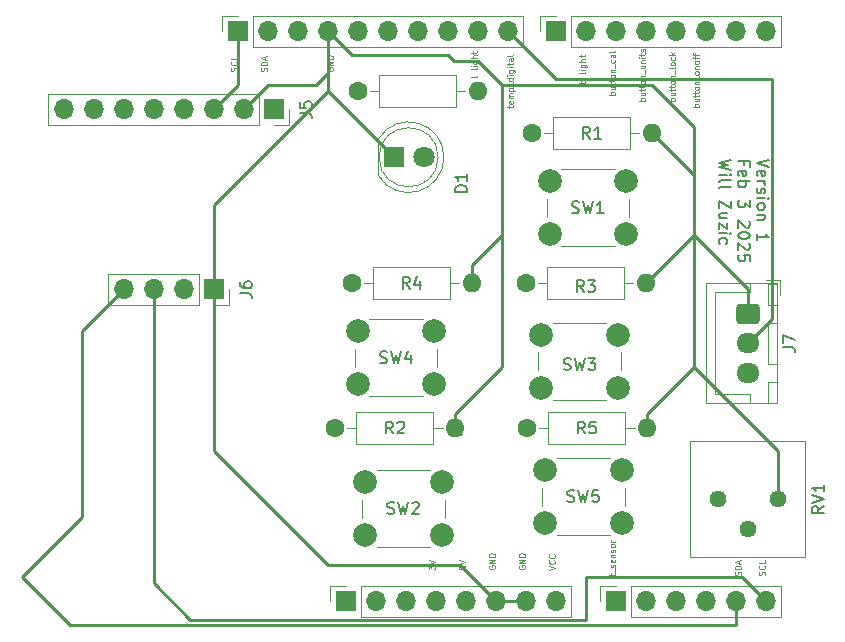
<source format=gbr>
%TF.GenerationSoftware,KiCad,Pcbnew,8.0.8*%
%TF.CreationDate,2025-02-04T02:58:58-07:00*%
%TF.ProjectId,iugplknlk,69756770-6c6b-46e6-9c6b-2e6b69636164,rev?*%
%TF.SameCoordinates,Original*%
%TF.FileFunction,Legend,Top*%
%TF.FilePolarity,Positive*%
%FSLAX46Y46*%
G04 Gerber Fmt 4.6, Leading zero omitted, Abs format (unit mm)*
G04 Created by KiCad (PCBNEW 8.0.8) date 2025-02-04 02:58:58*
%MOMM*%
%LPD*%
G01*
G04 APERTURE LIST*
G04 Aperture macros list*
%AMRoundRect*
0 Rectangle with rounded corners*
0 $1 Rounding radius*
0 $2 $3 $4 $5 $6 $7 $8 $9 X,Y pos of 4 corners*
0 Add a 4 corners polygon primitive as box body*
4,1,4,$2,$3,$4,$5,$6,$7,$8,$9,$2,$3,0*
0 Add four circle primitives for the rounded corners*
1,1,$1+$1,$2,$3*
1,1,$1+$1,$4,$5*
1,1,$1+$1,$6,$7*
1,1,$1+$1,$8,$9*
0 Add four rect primitives between the rounded corners*
20,1,$1+$1,$2,$3,$4,$5,0*
20,1,$1+$1,$4,$5,$6,$7,0*
20,1,$1+$1,$6,$7,$8,$9,0*
20,1,$1+$1,$8,$9,$2,$3,0*%
G04 Aperture macros list end*
%ADD10C,0.125000*%
%ADD11C,0.150000*%
%ADD12C,0.120000*%
%TA.AperFunction,ComponentPad*%
%ADD13R,1.700000X1.700000*%
%TD*%
%TA.AperFunction,ComponentPad*%
%ADD14O,1.700000X1.700000*%
%TD*%
%TA.AperFunction,ComponentPad*%
%ADD15C,1.600000*%
%TD*%
%TA.AperFunction,ComponentPad*%
%ADD16O,1.600000X1.600000*%
%TD*%
%TA.AperFunction,ComponentPad*%
%ADD17C,2.000000*%
%TD*%
%TA.AperFunction,ComponentPad*%
%ADD18R,1.800000X1.800000*%
%TD*%
%TA.AperFunction,ComponentPad*%
%ADD19C,1.800000*%
%TD*%
%TA.AperFunction,ComponentPad*%
%ADD20RoundRect,0.250000X-0.725000X0.600000X-0.725000X-0.600000X0.725000X-0.600000X0.725000X0.600000X0*%
%TD*%
%TA.AperFunction,ComponentPad*%
%ADD21O,1.950000X1.700000*%
%TD*%
%TA.AperFunction,ComponentPad*%
%ADD22C,1.440000*%
%TD*%
%TA.AperFunction,Conductor*%
%ADD23C,0.250000*%
%TD*%
G04 APERTURE END LIST*
D10*
X163408500Y-95250525D02*
X163432309Y-95179097D01*
X163432309Y-95179097D02*
X163432309Y-95060049D01*
X163432309Y-95060049D02*
X163408500Y-95012430D01*
X163408500Y-95012430D02*
X163384690Y-94988621D01*
X163384690Y-94988621D02*
X163337071Y-94964811D01*
X163337071Y-94964811D02*
X163289452Y-94964811D01*
X163289452Y-94964811D02*
X163241833Y-94988621D01*
X163241833Y-94988621D02*
X163218023Y-95012430D01*
X163218023Y-95012430D02*
X163194214Y-95060049D01*
X163194214Y-95060049D02*
X163170404Y-95155287D01*
X163170404Y-95155287D02*
X163146595Y-95202906D01*
X163146595Y-95202906D02*
X163122785Y-95226716D01*
X163122785Y-95226716D02*
X163075166Y-95250525D01*
X163075166Y-95250525D02*
X163027547Y-95250525D01*
X163027547Y-95250525D02*
X162979928Y-95226716D01*
X162979928Y-95226716D02*
X162956119Y-95202906D01*
X162956119Y-95202906D02*
X162932309Y-95155287D01*
X162932309Y-95155287D02*
X162932309Y-95036240D01*
X162932309Y-95036240D02*
X162956119Y-94964811D01*
X163384690Y-94464812D02*
X163408500Y-94488621D01*
X163408500Y-94488621D02*
X163432309Y-94560050D01*
X163432309Y-94560050D02*
X163432309Y-94607669D01*
X163432309Y-94607669D02*
X163408500Y-94679097D01*
X163408500Y-94679097D02*
X163360880Y-94726716D01*
X163360880Y-94726716D02*
X163313261Y-94750526D01*
X163313261Y-94750526D02*
X163218023Y-94774335D01*
X163218023Y-94774335D02*
X163146595Y-94774335D01*
X163146595Y-94774335D02*
X163051357Y-94750526D01*
X163051357Y-94750526D02*
X163003738Y-94726716D01*
X163003738Y-94726716D02*
X162956119Y-94679097D01*
X162956119Y-94679097D02*
X162932309Y-94607669D01*
X162932309Y-94607669D02*
X162932309Y-94560050D01*
X162932309Y-94560050D02*
X162956119Y-94488621D01*
X162956119Y-94488621D02*
X162979928Y-94464812D01*
X163432309Y-94012431D02*
X163432309Y-94250526D01*
X163432309Y-94250526D02*
X162932309Y-94250526D01*
X161376500Y-95250525D02*
X161400309Y-95179097D01*
X161400309Y-95179097D02*
X161400309Y-95060049D01*
X161400309Y-95060049D02*
X161376500Y-95012430D01*
X161376500Y-95012430D02*
X161352690Y-94988621D01*
X161352690Y-94988621D02*
X161305071Y-94964811D01*
X161305071Y-94964811D02*
X161257452Y-94964811D01*
X161257452Y-94964811D02*
X161209833Y-94988621D01*
X161209833Y-94988621D02*
X161186023Y-95012430D01*
X161186023Y-95012430D02*
X161162214Y-95060049D01*
X161162214Y-95060049D02*
X161138404Y-95155287D01*
X161138404Y-95155287D02*
X161114595Y-95202906D01*
X161114595Y-95202906D02*
X161090785Y-95226716D01*
X161090785Y-95226716D02*
X161043166Y-95250525D01*
X161043166Y-95250525D02*
X160995547Y-95250525D01*
X160995547Y-95250525D02*
X160947928Y-95226716D01*
X160947928Y-95226716D02*
X160924119Y-95202906D01*
X160924119Y-95202906D02*
X160900309Y-95155287D01*
X160900309Y-95155287D02*
X160900309Y-95036240D01*
X160900309Y-95036240D02*
X160924119Y-94964811D01*
X161400309Y-94750526D02*
X160900309Y-94750526D01*
X160900309Y-94750526D02*
X160900309Y-94631478D01*
X160900309Y-94631478D02*
X160924119Y-94560050D01*
X160924119Y-94560050D02*
X160971738Y-94512431D01*
X160971738Y-94512431D02*
X161019357Y-94488621D01*
X161019357Y-94488621D02*
X161114595Y-94464812D01*
X161114595Y-94464812D02*
X161186023Y-94464812D01*
X161186023Y-94464812D02*
X161281261Y-94488621D01*
X161281261Y-94488621D02*
X161328880Y-94512431D01*
X161328880Y-94512431D02*
X161376500Y-94560050D01*
X161376500Y-94560050D02*
X161400309Y-94631478D01*
X161400309Y-94631478D02*
X161400309Y-94750526D01*
X161257452Y-94274335D02*
X161257452Y-94036240D01*
X161400309Y-94321954D02*
X160900309Y-94155288D01*
X160900309Y-94155288D02*
X161400309Y-93988621D01*
X150398976Y-95298144D02*
X150398976Y-95107668D01*
X150232309Y-95226716D02*
X150660880Y-95226716D01*
X150660880Y-95226716D02*
X150708500Y-95202906D01*
X150708500Y-95202906D02*
X150732309Y-95155287D01*
X150732309Y-95155287D02*
X150732309Y-95107668D01*
X150779928Y-95060050D02*
X150779928Y-94679097D01*
X150708500Y-94583859D02*
X150732309Y-94536240D01*
X150732309Y-94536240D02*
X150732309Y-94441002D01*
X150732309Y-94441002D02*
X150708500Y-94393383D01*
X150708500Y-94393383D02*
X150660880Y-94369574D01*
X150660880Y-94369574D02*
X150637071Y-94369574D01*
X150637071Y-94369574D02*
X150589452Y-94393383D01*
X150589452Y-94393383D02*
X150565642Y-94441002D01*
X150565642Y-94441002D02*
X150565642Y-94512431D01*
X150565642Y-94512431D02*
X150541833Y-94560050D01*
X150541833Y-94560050D02*
X150494214Y-94583859D01*
X150494214Y-94583859D02*
X150470404Y-94583859D01*
X150470404Y-94583859D02*
X150422785Y-94560050D01*
X150422785Y-94560050D02*
X150398976Y-94512431D01*
X150398976Y-94512431D02*
X150398976Y-94441002D01*
X150398976Y-94441002D02*
X150422785Y-94393383D01*
X150708500Y-93964812D02*
X150732309Y-94012431D01*
X150732309Y-94012431D02*
X150732309Y-94107669D01*
X150732309Y-94107669D02*
X150708500Y-94155288D01*
X150708500Y-94155288D02*
X150660880Y-94179097D01*
X150660880Y-94179097D02*
X150470404Y-94179097D01*
X150470404Y-94179097D02*
X150422785Y-94155288D01*
X150422785Y-94155288D02*
X150398976Y-94107669D01*
X150398976Y-94107669D02*
X150398976Y-94012431D01*
X150398976Y-94012431D02*
X150422785Y-93964812D01*
X150422785Y-93964812D02*
X150470404Y-93941002D01*
X150470404Y-93941002D02*
X150518023Y-93941002D01*
X150518023Y-93941002D02*
X150565642Y-94179097D01*
X150398976Y-93726717D02*
X150732309Y-93726717D01*
X150446595Y-93726717D02*
X150422785Y-93702907D01*
X150422785Y-93702907D02*
X150398976Y-93655288D01*
X150398976Y-93655288D02*
X150398976Y-93583860D01*
X150398976Y-93583860D02*
X150422785Y-93536241D01*
X150422785Y-93536241D02*
X150470404Y-93512431D01*
X150470404Y-93512431D02*
X150732309Y-93512431D01*
X150708500Y-93298145D02*
X150732309Y-93250526D01*
X150732309Y-93250526D02*
X150732309Y-93155288D01*
X150732309Y-93155288D02*
X150708500Y-93107669D01*
X150708500Y-93107669D02*
X150660880Y-93083860D01*
X150660880Y-93083860D02*
X150637071Y-93083860D01*
X150637071Y-93083860D02*
X150589452Y-93107669D01*
X150589452Y-93107669D02*
X150565642Y-93155288D01*
X150565642Y-93155288D02*
X150565642Y-93226717D01*
X150565642Y-93226717D02*
X150541833Y-93274336D01*
X150541833Y-93274336D02*
X150494214Y-93298145D01*
X150494214Y-93298145D02*
X150470404Y-93298145D01*
X150470404Y-93298145D02*
X150422785Y-93274336D01*
X150422785Y-93274336D02*
X150398976Y-93226717D01*
X150398976Y-93226717D02*
X150398976Y-93155288D01*
X150398976Y-93155288D02*
X150422785Y-93107669D01*
X150732309Y-92798145D02*
X150708500Y-92845764D01*
X150708500Y-92845764D02*
X150684690Y-92869574D01*
X150684690Y-92869574D02*
X150637071Y-92893383D01*
X150637071Y-92893383D02*
X150494214Y-92893383D01*
X150494214Y-92893383D02*
X150446595Y-92869574D01*
X150446595Y-92869574D02*
X150422785Y-92845764D01*
X150422785Y-92845764D02*
X150398976Y-92798145D01*
X150398976Y-92798145D02*
X150398976Y-92726717D01*
X150398976Y-92726717D02*
X150422785Y-92679098D01*
X150422785Y-92679098D02*
X150446595Y-92655288D01*
X150446595Y-92655288D02*
X150494214Y-92631479D01*
X150494214Y-92631479D02*
X150637071Y-92631479D01*
X150637071Y-92631479D02*
X150684690Y-92655288D01*
X150684690Y-92655288D02*
X150708500Y-92679098D01*
X150708500Y-92679098D02*
X150732309Y-92726717D01*
X150732309Y-92726717D02*
X150732309Y-92798145D01*
X150732309Y-92417193D02*
X150398976Y-92417193D01*
X150494214Y-92417193D02*
X150446595Y-92393383D01*
X150446595Y-92393383D02*
X150422785Y-92369574D01*
X150422785Y-92369574D02*
X150398976Y-92321955D01*
X150398976Y-92321955D02*
X150398976Y-92274336D01*
X145152309Y-94790144D02*
X145652309Y-94623478D01*
X145652309Y-94623478D02*
X145152309Y-94456811D01*
X145604690Y-94004431D02*
X145628500Y-94028240D01*
X145628500Y-94028240D02*
X145652309Y-94099669D01*
X145652309Y-94099669D02*
X145652309Y-94147288D01*
X145652309Y-94147288D02*
X145628500Y-94218716D01*
X145628500Y-94218716D02*
X145580880Y-94266335D01*
X145580880Y-94266335D02*
X145533261Y-94290145D01*
X145533261Y-94290145D02*
X145438023Y-94313954D01*
X145438023Y-94313954D02*
X145366595Y-94313954D01*
X145366595Y-94313954D02*
X145271357Y-94290145D01*
X145271357Y-94290145D02*
X145223738Y-94266335D01*
X145223738Y-94266335D02*
X145176119Y-94218716D01*
X145176119Y-94218716D02*
X145152309Y-94147288D01*
X145152309Y-94147288D02*
X145152309Y-94099669D01*
X145152309Y-94099669D02*
X145176119Y-94028240D01*
X145176119Y-94028240D02*
X145199928Y-94004431D01*
X145604690Y-93504431D02*
X145628500Y-93528240D01*
X145628500Y-93528240D02*
X145652309Y-93599669D01*
X145652309Y-93599669D02*
X145652309Y-93647288D01*
X145652309Y-93647288D02*
X145628500Y-93718716D01*
X145628500Y-93718716D02*
X145580880Y-93766335D01*
X145580880Y-93766335D02*
X145533261Y-93790145D01*
X145533261Y-93790145D02*
X145438023Y-93813954D01*
X145438023Y-93813954D02*
X145366595Y-93813954D01*
X145366595Y-93813954D02*
X145271357Y-93790145D01*
X145271357Y-93790145D02*
X145223738Y-93766335D01*
X145223738Y-93766335D02*
X145176119Y-93718716D01*
X145176119Y-93718716D02*
X145152309Y-93647288D01*
X145152309Y-93647288D02*
X145152309Y-93599669D01*
X145152309Y-93599669D02*
X145176119Y-93528240D01*
X145176119Y-93528240D02*
X145199928Y-93504431D01*
X142636119Y-94456811D02*
X142612309Y-94504430D01*
X142612309Y-94504430D02*
X142612309Y-94575859D01*
X142612309Y-94575859D02*
X142636119Y-94647287D01*
X142636119Y-94647287D02*
X142683738Y-94694906D01*
X142683738Y-94694906D02*
X142731357Y-94718716D01*
X142731357Y-94718716D02*
X142826595Y-94742525D01*
X142826595Y-94742525D02*
X142898023Y-94742525D01*
X142898023Y-94742525D02*
X142993261Y-94718716D01*
X142993261Y-94718716D02*
X143040880Y-94694906D01*
X143040880Y-94694906D02*
X143088500Y-94647287D01*
X143088500Y-94647287D02*
X143112309Y-94575859D01*
X143112309Y-94575859D02*
X143112309Y-94528240D01*
X143112309Y-94528240D02*
X143088500Y-94456811D01*
X143088500Y-94456811D02*
X143064690Y-94433002D01*
X143064690Y-94433002D02*
X142898023Y-94433002D01*
X142898023Y-94433002D02*
X142898023Y-94528240D01*
X143112309Y-94218716D02*
X142612309Y-94218716D01*
X142612309Y-94218716D02*
X143112309Y-93933002D01*
X143112309Y-93933002D02*
X142612309Y-93933002D01*
X143112309Y-93694906D02*
X142612309Y-93694906D01*
X142612309Y-93694906D02*
X142612309Y-93575858D01*
X142612309Y-93575858D02*
X142636119Y-93504430D01*
X142636119Y-93504430D02*
X142683738Y-93456811D01*
X142683738Y-93456811D02*
X142731357Y-93433001D01*
X142731357Y-93433001D02*
X142826595Y-93409192D01*
X142826595Y-93409192D02*
X142898023Y-93409192D01*
X142898023Y-93409192D02*
X142993261Y-93433001D01*
X142993261Y-93433001D02*
X143040880Y-93456811D01*
X143040880Y-93456811D02*
X143088500Y-93504430D01*
X143088500Y-93504430D02*
X143112309Y-93575858D01*
X143112309Y-93575858D02*
X143112309Y-93694906D01*
X140096119Y-94456811D02*
X140072309Y-94504430D01*
X140072309Y-94504430D02*
X140072309Y-94575859D01*
X140072309Y-94575859D02*
X140096119Y-94647287D01*
X140096119Y-94647287D02*
X140143738Y-94694906D01*
X140143738Y-94694906D02*
X140191357Y-94718716D01*
X140191357Y-94718716D02*
X140286595Y-94742525D01*
X140286595Y-94742525D02*
X140358023Y-94742525D01*
X140358023Y-94742525D02*
X140453261Y-94718716D01*
X140453261Y-94718716D02*
X140500880Y-94694906D01*
X140500880Y-94694906D02*
X140548500Y-94647287D01*
X140548500Y-94647287D02*
X140572309Y-94575859D01*
X140572309Y-94575859D02*
X140572309Y-94528240D01*
X140572309Y-94528240D02*
X140548500Y-94456811D01*
X140548500Y-94456811D02*
X140524690Y-94433002D01*
X140524690Y-94433002D02*
X140358023Y-94433002D01*
X140358023Y-94433002D02*
X140358023Y-94528240D01*
X140572309Y-94218716D02*
X140072309Y-94218716D01*
X140072309Y-94218716D02*
X140572309Y-93933002D01*
X140572309Y-93933002D02*
X140072309Y-93933002D01*
X140572309Y-93694906D02*
X140072309Y-93694906D01*
X140072309Y-93694906D02*
X140072309Y-93575858D01*
X140072309Y-93575858D02*
X140096119Y-93504430D01*
X140096119Y-93504430D02*
X140143738Y-93456811D01*
X140143738Y-93456811D02*
X140191357Y-93433001D01*
X140191357Y-93433001D02*
X140286595Y-93409192D01*
X140286595Y-93409192D02*
X140358023Y-93409192D01*
X140358023Y-93409192D02*
X140453261Y-93433001D01*
X140453261Y-93433001D02*
X140500880Y-93456811D01*
X140500880Y-93456811D02*
X140548500Y-93504430D01*
X140548500Y-93504430D02*
X140572309Y-93575858D01*
X140572309Y-93575858D02*
X140572309Y-93694906D01*
X137532309Y-94480621D02*
X137532309Y-94718716D01*
X137532309Y-94718716D02*
X137770404Y-94742525D01*
X137770404Y-94742525D02*
X137746595Y-94718716D01*
X137746595Y-94718716D02*
X137722785Y-94671097D01*
X137722785Y-94671097D02*
X137722785Y-94552049D01*
X137722785Y-94552049D02*
X137746595Y-94504430D01*
X137746595Y-94504430D02*
X137770404Y-94480621D01*
X137770404Y-94480621D02*
X137818023Y-94456811D01*
X137818023Y-94456811D02*
X137937071Y-94456811D01*
X137937071Y-94456811D02*
X137984690Y-94480621D01*
X137984690Y-94480621D02*
X138008500Y-94504430D01*
X138008500Y-94504430D02*
X138032309Y-94552049D01*
X138032309Y-94552049D02*
X138032309Y-94671097D01*
X138032309Y-94671097D02*
X138008500Y-94718716D01*
X138008500Y-94718716D02*
X137984690Y-94742525D01*
X137532309Y-94313954D02*
X138032309Y-94147288D01*
X138032309Y-94147288D02*
X137532309Y-93980621D01*
X134992309Y-94766335D02*
X134992309Y-94456811D01*
X134992309Y-94456811D02*
X135182785Y-94623478D01*
X135182785Y-94623478D02*
X135182785Y-94552049D01*
X135182785Y-94552049D02*
X135206595Y-94504430D01*
X135206595Y-94504430D02*
X135230404Y-94480621D01*
X135230404Y-94480621D02*
X135278023Y-94456811D01*
X135278023Y-94456811D02*
X135397071Y-94456811D01*
X135397071Y-94456811D02*
X135444690Y-94480621D01*
X135444690Y-94480621D02*
X135468500Y-94504430D01*
X135468500Y-94504430D02*
X135492309Y-94552049D01*
X135492309Y-94552049D02*
X135492309Y-94694906D01*
X135492309Y-94694906D02*
X135468500Y-94742525D01*
X135468500Y-94742525D02*
X135444690Y-94766335D01*
X134992309Y-94313954D02*
X135492309Y-94147288D01*
X135492309Y-94147288D02*
X134992309Y-93980621D01*
X157844309Y-55602716D02*
X157344309Y-55602716D01*
X157534785Y-55602716D02*
X157510976Y-55555097D01*
X157510976Y-55555097D02*
X157510976Y-55459859D01*
X157510976Y-55459859D02*
X157534785Y-55412240D01*
X157534785Y-55412240D02*
X157558595Y-55388430D01*
X157558595Y-55388430D02*
X157606214Y-55364621D01*
X157606214Y-55364621D02*
X157749071Y-55364621D01*
X157749071Y-55364621D02*
X157796690Y-55388430D01*
X157796690Y-55388430D02*
X157820500Y-55412240D01*
X157820500Y-55412240D02*
X157844309Y-55459859D01*
X157844309Y-55459859D02*
X157844309Y-55555097D01*
X157844309Y-55555097D02*
X157820500Y-55602716D01*
X157510976Y-54936049D02*
X157844309Y-54936049D01*
X157510976Y-55150335D02*
X157772880Y-55150335D01*
X157772880Y-55150335D02*
X157820500Y-55126525D01*
X157820500Y-55126525D02*
X157844309Y-55078906D01*
X157844309Y-55078906D02*
X157844309Y-55007478D01*
X157844309Y-55007478D02*
X157820500Y-54959859D01*
X157820500Y-54959859D02*
X157796690Y-54936049D01*
X157510976Y-54769382D02*
X157510976Y-54578906D01*
X157344309Y-54697954D02*
X157772880Y-54697954D01*
X157772880Y-54697954D02*
X157820500Y-54674144D01*
X157820500Y-54674144D02*
X157844309Y-54626525D01*
X157844309Y-54626525D02*
X157844309Y-54578906D01*
X157510976Y-54483668D02*
X157510976Y-54293192D01*
X157344309Y-54412240D02*
X157772880Y-54412240D01*
X157772880Y-54412240D02*
X157820500Y-54388430D01*
X157820500Y-54388430D02*
X157844309Y-54340811D01*
X157844309Y-54340811D02*
X157844309Y-54293192D01*
X157844309Y-54055097D02*
X157820500Y-54102716D01*
X157820500Y-54102716D02*
X157796690Y-54126526D01*
X157796690Y-54126526D02*
X157749071Y-54150335D01*
X157749071Y-54150335D02*
X157606214Y-54150335D01*
X157606214Y-54150335D02*
X157558595Y-54126526D01*
X157558595Y-54126526D02*
X157534785Y-54102716D01*
X157534785Y-54102716D02*
X157510976Y-54055097D01*
X157510976Y-54055097D02*
X157510976Y-53983669D01*
X157510976Y-53983669D02*
X157534785Y-53936050D01*
X157534785Y-53936050D02*
X157558595Y-53912240D01*
X157558595Y-53912240D02*
X157606214Y-53888431D01*
X157606214Y-53888431D02*
X157749071Y-53888431D01*
X157749071Y-53888431D02*
X157796690Y-53912240D01*
X157796690Y-53912240D02*
X157820500Y-53936050D01*
X157820500Y-53936050D02*
X157844309Y-53983669D01*
X157844309Y-53983669D02*
X157844309Y-54055097D01*
X157510976Y-53674145D02*
X157844309Y-53674145D01*
X157558595Y-53674145D02*
X157534785Y-53650335D01*
X157534785Y-53650335D02*
X157510976Y-53602716D01*
X157510976Y-53602716D02*
X157510976Y-53531288D01*
X157510976Y-53531288D02*
X157534785Y-53483669D01*
X157534785Y-53483669D02*
X157582404Y-53459859D01*
X157582404Y-53459859D02*
X157844309Y-53459859D01*
X157891928Y-53340812D02*
X157891928Y-52959859D01*
X157844309Y-52769383D02*
X157820500Y-52817002D01*
X157820500Y-52817002D02*
X157796690Y-52840812D01*
X157796690Y-52840812D02*
X157749071Y-52864621D01*
X157749071Y-52864621D02*
X157606214Y-52864621D01*
X157606214Y-52864621D02*
X157558595Y-52840812D01*
X157558595Y-52840812D02*
X157534785Y-52817002D01*
X157534785Y-52817002D02*
X157510976Y-52769383D01*
X157510976Y-52769383D02*
X157510976Y-52697955D01*
X157510976Y-52697955D02*
X157534785Y-52650336D01*
X157534785Y-52650336D02*
X157558595Y-52626526D01*
X157558595Y-52626526D02*
X157606214Y-52602717D01*
X157606214Y-52602717D02*
X157749071Y-52602717D01*
X157749071Y-52602717D02*
X157796690Y-52626526D01*
X157796690Y-52626526D02*
X157820500Y-52650336D01*
X157820500Y-52650336D02*
X157844309Y-52697955D01*
X157844309Y-52697955D02*
X157844309Y-52769383D01*
X157510976Y-52388431D02*
X157844309Y-52388431D01*
X157558595Y-52388431D02*
X157534785Y-52364621D01*
X157534785Y-52364621D02*
X157510976Y-52317002D01*
X157510976Y-52317002D02*
X157510976Y-52245574D01*
X157510976Y-52245574D02*
X157534785Y-52197955D01*
X157534785Y-52197955D02*
X157582404Y-52174145D01*
X157582404Y-52174145D02*
X157844309Y-52174145D01*
X157844309Y-51864621D02*
X157820500Y-51912240D01*
X157820500Y-51912240D02*
X157796690Y-51936050D01*
X157796690Y-51936050D02*
X157749071Y-51959859D01*
X157749071Y-51959859D02*
X157606214Y-51959859D01*
X157606214Y-51959859D02*
X157558595Y-51936050D01*
X157558595Y-51936050D02*
X157534785Y-51912240D01*
X157534785Y-51912240D02*
X157510976Y-51864621D01*
X157510976Y-51864621D02*
X157510976Y-51793193D01*
X157510976Y-51793193D02*
X157534785Y-51745574D01*
X157534785Y-51745574D02*
X157558595Y-51721764D01*
X157558595Y-51721764D02*
X157606214Y-51697955D01*
X157606214Y-51697955D02*
X157749071Y-51697955D01*
X157749071Y-51697955D02*
X157796690Y-51721764D01*
X157796690Y-51721764D02*
X157820500Y-51745574D01*
X157820500Y-51745574D02*
X157844309Y-51793193D01*
X157844309Y-51793193D02*
X157844309Y-51864621D01*
X157510976Y-51555097D02*
X157510976Y-51364621D01*
X157844309Y-51483669D02*
X157415738Y-51483669D01*
X157415738Y-51483669D02*
X157368119Y-51459859D01*
X157368119Y-51459859D02*
X157344309Y-51412240D01*
X157344309Y-51412240D02*
X157344309Y-51364621D01*
X157510976Y-51269383D02*
X157510976Y-51078907D01*
X157844309Y-51197955D02*
X157415738Y-51197955D01*
X157415738Y-51197955D02*
X157368119Y-51174145D01*
X157368119Y-51174145D02*
X157344309Y-51126526D01*
X157344309Y-51126526D02*
X157344309Y-51078907D01*
X155812309Y-55094716D02*
X155312309Y-55094716D01*
X155502785Y-55094716D02*
X155478976Y-55047097D01*
X155478976Y-55047097D02*
X155478976Y-54951859D01*
X155478976Y-54951859D02*
X155502785Y-54904240D01*
X155502785Y-54904240D02*
X155526595Y-54880430D01*
X155526595Y-54880430D02*
X155574214Y-54856621D01*
X155574214Y-54856621D02*
X155717071Y-54856621D01*
X155717071Y-54856621D02*
X155764690Y-54880430D01*
X155764690Y-54880430D02*
X155788500Y-54904240D01*
X155788500Y-54904240D02*
X155812309Y-54951859D01*
X155812309Y-54951859D02*
X155812309Y-55047097D01*
X155812309Y-55047097D02*
X155788500Y-55094716D01*
X155478976Y-54428049D02*
X155812309Y-54428049D01*
X155478976Y-54642335D02*
X155740880Y-54642335D01*
X155740880Y-54642335D02*
X155788500Y-54618525D01*
X155788500Y-54618525D02*
X155812309Y-54570906D01*
X155812309Y-54570906D02*
X155812309Y-54499478D01*
X155812309Y-54499478D02*
X155788500Y-54451859D01*
X155788500Y-54451859D02*
X155764690Y-54428049D01*
X155478976Y-54261382D02*
X155478976Y-54070906D01*
X155312309Y-54189954D02*
X155740880Y-54189954D01*
X155740880Y-54189954D02*
X155788500Y-54166144D01*
X155788500Y-54166144D02*
X155812309Y-54118525D01*
X155812309Y-54118525D02*
X155812309Y-54070906D01*
X155478976Y-53975668D02*
X155478976Y-53785192D01*
X155312309Y-53904240D02*
X155740880Y-53904240D01*
X155740880Y-53904240D02*
X155788500Y-53880430D01*
X155788500Y-53880430D02*
X155812309Y-53832811D01*
X155812309Y-53832811D02*
X155812309Y-53785192D01*
X155812309Y-53547097D02*
X155788500Y-53594716D01*
X155788500Y-53594716D02*
X155764690Y-53618526D01*
X155764690Y-53618526D02*
X155717071Y-53642335D01*
X155717071Y-53642335D02*
X155574214Y-53642335D01*
X155574214Y-53642335D02*
X155526595Y-53618526D01*
X155526595Y-53618526D02*
X155502785Y-53594716D01*
X155502785Y-53594716D02*
X155478976Y-53547097D01*
X155478976Y-53547097D02*
X155478976Y-53475669D01*
X155478976Y-53475669D02*
X155502785Y-53428050D01*
X155502785Y-53428050D02*
X155526595Y-53404240D01*
X155526595Y-53404240D02*
X155574214Y-53380431D01*
X155574214Y-53380431D02*
X155717071Y-53380431D01*
X155717071Y-53380431D02*
X155764690Y-53404240D01*
X155764690Y-53404240D02*
X155788500Y-53428050D01*
X155788500Y-53428050D02*
X155812309Y-53475669D01*
X155812309Y-53475669D02*
X155812309Y-53547097D01*
X155478976Y-53166145D02*
X155812309Y-53166145D01*
X155526595Y-53166145D02*
X155502785Y-53142335D01*
X155502785Y-53142335D02*
X155478976Y-53094716D01*
X155478976Y-53094716D02*
X155478976Y-53023288D01*
X155478976Y-53023288D02*
X155502785Y-52975669D01*
X155502785Y-52975669D02*
X155550404Y-52951859D01*
X155550404Y-52951859D02*
X155812309Y-52951859D01*
X155859928Y-52832812D02*
X155859928Y-52451859D01*
X155812309Y-52261383D02*
X155788500Y-52309002D01*
X155788500Y-52309002D02*
X155740880Y-52332812D01*
X155740880Y-52332812D02*
X155312309Y-52332812D01*
X155812309Y-51999478D02*
X155788500Y-52047097D01*
X155788500Y-52047097D02*
X155764690Y-52070907D01*
X155764690Y-52070907D02*
X155717071Y-52094716D01*
X155717071Y-52094716D02*
X155574214Y-52094716D01*
X155574214Y-52094716D02*
X155526595Y-52070907D01*
X155526595Y-52070907D02*
X155502785Y-52047097D01*
X155502785Y-52047097D02*
X155478976Y-51999478D01*
X155478976Y-51999478D02*
X155478976Y-51928050D01*
X155478976Y-51928050D02*
X155502785Y-51880431D01*
X155502785Y-51880431D02*
X155526595Y-51856621D01*
X155526595Y-51856621D02*
X155574214Y-51832812D01*
X155574214Y-51832812D02*
X155717071Y-51832812D01*
X155717071Y-51832812D02*
X155764690Y-51856621D01*
X155764690Y-51856621D02*
X155788500Y-51880431D01*
X155788500Y-51880431D02*
X155812309Y-51928050D01*
X155812309Y-51928050D02*
X155812309Y-51999478D01*
X155788500Y-51404240D02*
X155812309Y-51451859D01*
X155812309Y-51451859D02*
X155812309Y-51547097D01*
X155812309Y-51547097D02*
X155788500Y-51594716D01*
X155788500Y-51594716D02*
X155764690Y-51618526D01*
X155764690Y-51618526D02*
X155717071Y-51642335D01*
X155717071Y-51642335D02*
X155574214Y-51642335D01*
X155574214Y-51642335D02*
X155526595Y-51618526D01*
X155526595Y-51618526D02*
X155502785Y-51594716D01*
X155502785Y-51594716D02*
X155478976Y-51547097D01*
X155478976Y-51547097D02*
X155478976Y-51451859D01*
X155478976Y-51451859D02*
X155502785Y-51404240D01*
X155812309Y-51189955D02*
X155312309Y-51189955D01*
X155621833Y-51142336D02*
X155812309Y-50999479D01*
X155478976Y-50999479D02*
X155669452Y-51189955D01*
X153272309Y-55094716D02*
X152772309Y-55094716D01*
X152962785Y-55094716D02*
X152938976Y-55047097D01*
X152938976Y-55047097D02*
X152938976Y-54951859D01*
X152938976Y-54951859D02*
X152962785Y-54904240D01*
X152962785Y-54904240D02*
X152986595Y-54880430D01*
X152986595Y-54880430D02*
X153034214Y-54856621D01*
X153034214Y-54856621D02*
X153177071Y-54856621D01*
X153177071Y-54856621D02*
X153224690Y-54880430D01*
X153224690Y-54880430D02*
X153248500Y-54904240D01*
X153248500Y-54904240D02*
X153272309Y-54951859D01*
X153272309Y-54951859D02*
X153272309Y-55047097D01*
X153272309Y-55047097D02*
X153248500Y-55094716D01*
X152938976Y-54428049D02*
X153272309Y-54428049D01*
X152938976Y-54642335D02*
X153200880Y-54642335D01*
X153200880Y-54642335D02*
X153248500Y-54618525D01*
X153248500Y-54618525D02*
X153272309Y-54570906D01*
X153272309Y-54570906D02*
X153272309Y-54499478D01*
X153272309Y-54499478D02*
X153248500Y-54451859D01*
X153248500Y-54451859D02*
X153224690Y-54428049D01*
X152938976Y-54261382D02*
X152938976Y-54070906D01*
X152772309Y-54189954D02*
X153200880Y-54189954D01*
X153200880Y-54189954D02*
X153248500Y-54166144D01*
X153248500Y-54166144D02*
X153272309Y-54118525D01*
X153272309Y-54118525D02*
X153272309Y-54070906D01*
X152938976Y-53975668D02*
X152938976Y-53785192D01*
X152772309Y-53904240D02*
X153200880Y-53904240D01*
X153200880Y-53904240D02*
X153248500Y-53880430D01*
X153248500Y-53880430D02*
X153272309Y-53832811D01*
X153272309Y-53832811D02*
X153272309Y-53785192D01*
X153272309Y-53547097D02*
X153248500Y-53594716D01*
X153248500Y-53594716D02*
X153224690Y-53618526D01*
X153224690Y-53618526D02*
X153177071Y-53642335D01*
X153177071Y-53642335D02*
X153034214Y-53642335D01*
X153034214Y-53642335D02*
X152986595Y-53618526D01*
X152986595Y-53618526D02*
X152962785Y-53594716D01*
X152962785Y-53594716D02*
X152938976Y-53547097D01*
X152938976Y-53547097D02*
X152938976Y-53475669D01*
X152938976Y-53475669D02*
X152962785Y-53428050D01*
X152962785Y-53428050D02*
X152986595Y-53404240D01*
X152986595Y-53404240D02*
X153034214Y-53380431D01*
X153034214Y-53380431D02*
X153177071Y-53380431D01*
X153177071Y-53380431D02*
X153224690Y-53404240D01*
X153224690Y-53404240D02*
X153248500Y-53428050D01*
X153248500Y-53428050D02*
X153272309Y-53475669D01*
X153272309Y-53475669D02*
X153272309Y-53547097D01*
X152938976Y-53166145D02*
X153272309Y-53166145D01*
X152986595Y-53166145D02*
X152962785Y-53142335D01*
X152962785Y-53142335D02*
X152938976Y-53094716D01*
X152938976Y-53094716D02*
X152938976Y-53023288D01*
X152938976Y-53023288D02*
X152962785Y-52975669D01*
X152962785Y-52975669D02*
X153010404Y-52951859D01*
X153010404Y-52951859D02*
X153272309Y-52951859D01*
X153319928Y-52832812D02*
X153319928Y-52451859D01*
X152938976Y-52118526D02*
X153272309Y-52118526D01*
X152938976Y-52332812D02*
X153200880Y-52332812D01*
X153200880Y-52332812D02*
X153248500Y-52309002D01*
X153248500Y-52309002D02*
X153272309Y-52261383D01*
X153272309Y-52261383D02*
X153272309Y-52189955D01*
X153272309Y-52189955D02*
X153248500Y-52142336D01*
X153248500Y-52142336D02*
X153224690Y-52118526D01*
X152938976Y-51880431D02*
X153272309Y-51880431D01*
X152986595Y-51880431D02*
X152962785Y-51856621D01*
X152962785Y-51856621D02*
X152938976Y-51809002D01*
X152938976Y-51809002D02*
X152938976Y-51737574D01*
X152938976Y-51737574D02*
X152962785Y-51689955D01*
X152962785Y-51689955D02*
X153010404Y-51666145D01*
X153010404Y-51666145D02*
X153272309Y-51666145D01*
X153272309Y-51428050D02*
X152938976Y-51428050D01*
X152772309Y-51428050D02*
X152796119Y-51451859D01*
X152796119Y-51451859D02*
X152819928Y-51428050D01*
X152819928Y-51428050D02*
X152796119Y-51404240D01*
X152796119Y-51404240D02*
X152772309Y-51428050D01*
X152772309Y-51428050D02*
X152819928Y-51428050D01*
X152938976Y-51261383D02*
X152938976Y-51070907D01*
X152772309Y-51189955D02*
X153200880Y-51189955D01*
X153200880Y-51189955D02*
X153248500Y-51166145D01*
X153248500Y-51166145D02*
X153272309Y-51118526D01*
X153272309Y-51118526D02*
X153272309Y-51070907D01*
X153248500Y-50928050D02*
X153272309Y-50880431D01*
X153272309Y-50880431D02*
X153272309Y-50785193D01*
X153272309Y-50785193D02*
X153248500Y-50737574D01*
X153248500Y-50737574D02*
X153200880Y-50713765D01*
X153200880Y-50713765D02*
X153177071Y-50713765D01*
X153177071Y-50713765D02*
X153129452Y-50737574D01*
X153129452Y-50737574D02*
X153105642Y-50785193D01*
X153105642Y-50785193D02*
X153105642Y-50856622D01*
X153105642Y-50856622D02*
X153081833Y-50904241D01*
X153081833Y-50904241D02*
X153034214Y-50928050D01*
X153034214Y-50928050D02*
X153010404Y-50928050D01*
X153010404Y-50928050D02*
X152962785Y-50904241D01*
X152962785Y-50904241D02*
X152938976Y-50856622D01*
X152938976Y-50856622D02*
X152938976Y-50785193D01*
X152938976Y-50785193D02*
X152962785Y-50737574D01*
X150732309Y-54586716D02*
X150232309Y-54586716D01*
X150422785Y-54586716D02*
X150398976Y-54539097D01*
X150398976Y-54539097D02*
X150398976Y-54443859D01*
X150398976Y-54443859D02*
X150422785Y-54396240D01*
X150422785Y-54396240D02*
X150446595Y-54372430D01*
X150446595Y-54372430D02*
X150494214Y-54348621D01*
X150494214Y-54348621D02*
X150637071Y-54348621D01*
X150637071Y-54348621D02*
X150684690Y-54372430D01*
X150684690Y-54372430D02*
X150708500Y-54396240D01*
X150708500Y-54396240D02*
X150732309Y-54443859D01*
X150732309Y-54443859D02*
X150732309Y-54539097D01*
X150732309Y-54539097D02*
X150708500Y-54586716D01*
X150398976Y-53920049D02*
X150732309Y-53920049D01*
X150398976Y-54134335D02*
X150660880Y-54134335D01*
X150660880Y-54134335D02*
X150708500Y-54110525D01*
X150708500Y-54110525D02*
X150732309Y-54062906D01*
X150732309Y-54062906D02*
X150732309Y-53991478D01*
X150732309Y-53991478D02*
X150708500Y-53943859D01*
X150708500Y-53943859D02*
X150684690Y-53920049D01*
X150398976Y-53753382D02*
X150398976Y-53562906D01*
X150232309Y-53681954D02*
X150660880Y-53681954D01*
X150660880Y-53681954D02*
X150708500Y-53658144D01*
X150708500Y-53658144D02*
X150732309Y-53610525D01*
X150732309Y-53610525D02*
X150732309Y-53562906D01*
X150398976Y-53467668D02*
X150398976Y-53277192D01*
X150232309Y-53396240D02*
X150660880Y-53396240D01*
X150660880Y-53396240D02*
X150708500Y-53372430D01*
X150708500Y-53372430D02*
X150732309Y-53324811D01*
X150732309Y-53324811D02*
X150732309Y-53277192D01*
X150732309Y-53039097D02*
X150708500Y-53086716D01*
X150708500Y-53086716D02*
X150684690Y-53110526D01*
X150684690Y-53110526D02*
X150637071Y-53134335D01*
X150637071Y-53134335D02*
X150494214Y-53134335D01*
X150494214Y-53134335D02*
X150446595Y-53110526D01*
X150446595Y-53110526D02*
X150422785Y-53086716D01*
X150422785Y-53086716D02*
X150398976Y-53039097D01*
X150398976Y-53039097D02*
X150398976Y-52967669D01*
X150398976Y-52967669D02*
X150422785Y-52920050D01*
X150422785Y-52920050D02*
X150446595Y-52896240D01*
X150446595Y-52896240D02*
X150494214Y-52872431D01*
X150494214Y-52872431D02*
X150637071Y-52872431D01*
X150637071Y-52872431D02*
X150684690Y-52896240D01*
X150684690Y-52896240D02*
X150708500Y-52920050D01*
X150708500Y-52920050D02*
X150732309Y-52967669D01*
X150732309Y-52967669D02*
X150732309Y-53039097D01*
X150398976Y-52658145D02*
X150732309Y-52658145D01*
X150446595Y-52658145D02*
X150422785Y-52634335D01*
X150422785Y-52634335D02*
X150398976Y-52586716D01*
X150398976Y-52586716D02*
X150398976Y-52515288D01*
X150398976Y-52515288D02*
X150422785Y-52467669D01*
X150422785Y-52467669D02*
X150470404Y-52443859D01*
X150470404Y-52443859D02*
X150732309Y-52443859D01*
X150779928Y-52324812D02*
X150779928Y-51943859D01*
X150708500Y-51610526D02*
X150732309Y-51658145D01*
X150732309Y-51658145D02*
X150732309Y-51753383D01*
X150732309Y-51753383D02*
X150708500Y-51801002D01*
X150708500Y-51801002D02*
X150684690Y-51824812D01*
X150684690Y-51824812D02*
X150637071Y-51848621D01*
X150637071Y-51848621D02*
X150494214Y-51848621D01*
X150494214Y-51848621D02*
X150446595Y-51824812D01*
X150446595Y-51824812D02*
X150422785Y-51801002D01*
X150422785Y-51801002D02*
X150398976Y-51753383D01*
X150398976Y-51753383D02*
X150398976Y-51658145D01*
X150398976Y-51658145D02*
X150422785Y-51610526D01*
X150732309Y-51181955D02*
X150470404Y-51181955D01*
X150470404Y-51181955D02*
X150422785Y-51205765D01*
X150422785Y-51205765D02*
X150398976Y-51253384D01*
X150398976Y-51253384D02*
X150398976Y-51348622D01*
X150398976Y-51348622D02*
X150422785Y-51396241D01*
X150708500Y-51181955D02*
X150732309Y-51229574D01*
X150732309Y-51229574D02*
X150732309Y-51348622D01*
X150732309Y-51348622D02*
X150708500Y-51396241D01*
X150708500Y-51396241D02*
X150660880Y-51420050D01*
X150660880Y-51420050D02*
X150613261Y-51420050D01*
X150613261Y-51420050D02*
X150565642Y-51396241D01*
X150565642Y-51396241D02*
X150541833Y-51348622D01*
X150541833Y-51348622D02*
X150541833Y-51229574D01*
X150541833Y-51229574D02*
X150518023Y-51181955D01*
X150732309Y-50872431D02*
X150708500Y-50920050D01*
X150708500Y-50920050D02*
X150660880Y-50943860D01*
X150660880Y-50943860D02*
X150232309Y-50943860D01*
X148192309Y-53570716D02*
X147692309Y-53570716D01*
X147882785Y-53570716D02*
X147858976Y-53523097D01*
X147858976Y-53523097D02*
X147858976Y-53427859D01*
X147858976Y-53427859D02*
X147882785Y-53380240D01*
X147882785Y-53380240D02*
X147906595Y-53356430D01*
X147906595Y-53356430D02*
X147954214Y-53332621D01*
X147954214Y-53332621D02*
X148097071Y-53332621D01*
X148097071Y-53332621D02*
X148144690Y-53356430D01*
X148144690Y-53356430D02*
X148168500Y-53380240D01*
X148168500Y-53380240D02*
X148192309Y-53427859D01*
X148192309Y-53427859D02*
X148192309Y-53523097D01*
X148192309Y-53523097D02*
X148168500Y-53570716D01*
X148192309Y-52665954D02*
X148168500Y-52713573D01*
X148168500Y-52713573D02*
X148120880Y-52737383D01*
X148120880Y-52737383D02*
X147692309Y-52737383D01*
X148192309Y-52475478D02*
X147858976Y-52475478D01*
X147692309Y-52475478D02*
X147716119Y-52499287D01*
X147716119Y-52499287D02*
X147739928Y-52475478D01*
X147739928Y-52475478D02*
X147716119Y-52451668D01*
X147716119Y-52451668D02*
X147692309Y-52475478D01*
X147692309Y-52475478D02*
X147739928Y-52475478D01*
X147858976Y-52023097D02*
X148263738Y-52023097D01*
X148263738Y-52023097D02*
X148311357Y-52046907D01*
X148311357Y-52046907D02*
X148335166Y-52070716D01*
X148335166Y-52070716D02*
X148358976Y-52118335D01*
X148358976Y-52118335D02*
X148358976Y-52189764D01*
X148358976Y-52189764D02*
X148335166Y-52237383D01*
X148168500Y-52023097D02*
X148192309Y-52070716D01*
X148192309Y-52070716D02*
X148192309Y-52165954D01*
X148192309Y-52165954D02*
X148168500Y-52213573D01*
X148168500Y-52213573D02*
X148144690Y-52237383D01*
X148144690Y-52237383D02*
X148097071Y-52261192D01*
X148097071Y-52261192D02*
X147954214Y-52261192D01*
X147954214Y-52261192D02*
X147906595Y-52237383D01*
X147906595Y-52237383D02*
X147882785Y-52213573D01*
X147882785Y-52213573D02*
X147858976Y-52165954D01*
X147858976Y-52165954D02*
X147858976Y-52070716D01*
X147858976Y-52070716D02*
X147882785Y-52023097D01*
X148192309Y-51785002D02*
X147692309Y-51785002D01*
X148192309Y-51570716D02*
X147930404Y-51570716D01*
X147930404Y-51570716D02*
X147882785Y-51594526D01*
X147882785Y-51594526D02*
X147858976Y-51642145D01*
X147858976Y-51642145D02*
X147858976Y-51713573D01*
X147858976Y-51713573D02*
X147882785Y-51761192D01*
X147882785Y-51761192D02*
X147906595Y-51785002D01*
X147858976Y-51404049D02*
X147858976Y-51213573D01*
X147692309Y-51332621D02*
X148120880Y-51332621D01*
X148120880Y-51332621D02*
X148168500Y-51308811D01*
X148168500Y-51308811D02*
X148192309Y-51261192D01*
X148192309Y-51261192D02*
X148192309Y-51213573D01*
X141762976Y-55674144D02*
X141762976Y-55483668D01*
X141596309Y-55602716D02*
X142024880Y-55602716D01*
X142024880Y-55602716D02*
X142072500Y-55578906D01*
X142072500Y-55578906D02*
X142096309Y-55531287D01*
X142096309Y-55531287D02*
X142096309Y-55483668D01*
X142072500Y-55126526D02*
X142096309Y-55174145D01*
X142096309Y-55174145D02*
X142096309Y-55269383D01*
X142096309Y-55269383D02*
X142072500Y-55317002D01*
X142072500Y-55317002D02*
X142024880Y-55340811D01*
X142024880Y-55340811D02*
X141834404Y-55340811D01*
X141834404Y-55340811D02*
X141786785Y-55317002D01*
X141786785Y-55317002D02*
X141762976Y-55269383D01*
X141762976Y-55269383D02*
X141762976Y-55174145D01*
X141762976Y-55174145D02*
X141786785Y-55126526D01*
X141786785Y-55126526D02*
X141834404Y-55102716D01*
X141834404Y-55102716D02*
X141882023Y-55102716D01*
X141882023Y-55102716D02*
X141929642Y-55340811D01*
X142096309Y-54888431D02*
X141762976Y-54888431D01*
X141810595Y-54888431D02*
X141786785Y-54864621D01*
X141786785Y-54864621D02*
X141762976Y-54817002D01*
X141762976Y-54817002D02*
X141762976Y-54745574D01*
X141762976Y-54745574D02*
X141786785Y-54697955D01*
X141786785Y-54697955D02*
X141834404Y-54674145D01*
X141834404Y-54674145D02*
X142096309Y-54674145D01*
X141834404Y-54674145D02*
X141786785Y-54650336D01*
X141786785Y-54650336D02*
X141762976Y-54602717D01*
X141762976Y-54602717D02*
X141762976Y-54531288D01*
X141762976Y-54531288D02*
X141786785Y-54483669D01*
X141786785Y-54483669D02*
X141834404Y-54459859D01*
X141834404Y-54459859D02*
X142096309Y-54459859D01*
X141762976Y-54221764D02*
X142262976Y-54221764D01*
X141786785Y-54221764D02*
X141762976Y-54174145D01*
X141762976Y-54174145D02*
X141762976Y-54078907D01*
X141762976Y-54078907D02*
X141786785Y-54031288D01*
X141786785Y-54031288D02*
X141810595Y-54007478D01*
X141810595Y-54007478D02*
X141858214Y-53983669D01*
X141858214Y-53983669D02*
X142001071Y-53983669D01*
X142001071Y-53983669D02*
X142048690Y-54007478D01*
X142048690Y-54007478D02*
X142072500Y-54031288D01*
X142072500Y-54031288D02*
X142096309Y-54078907D01*
X142096309Y-54078907D02*
X142096309Y-54174145D01*
X142096309Y-54174145D02*
X142072500Y-54221764D01*
X142143928Y-53888431D02*
X142143928Y-53507478D01*
X142096309Y-53174145D02*
X141596309Y-53174145D01*
X142072500Y-53174145D02*
X142096309Y-53221764D01*
X142096309Y-53221764D02*
X142096309Y-53317002D01*
X142096309Y-53317002D02*
X142072500Y-53364621D01*
X142072500Y-53364621D02*
X142048690Y-53388431D01*
X142048690Y-53388431D02*
X142001071Y-53412240D01*
X142001071Y-53412240D02*
X141858214Y-53412240D01*
X141858214Y-53412240D02*
X141810595Y-53388431D01*
X141810595Y-53388431D02*
X141786785Y-53364621D01*
X141786785Y-53364621D02*
X141762976Y-53317002D01*
X141762976Y-53317002D02*
X141762976Y-53221764D01*
X141762976Y-53221764D02*
X141786785Y-53174145D01*
X142096309Y-52936050D02*
X141762976Y-52936050D01*
X141596309Y-52936050D02*
X141620119Y-52959859D01*
X141620119Y-52959859D02*
X141643928Y-52936050D01*
X141643928Y-52936050D02*
X141620119Y-52912240D01*
X141620119Y-52912240D02*
X141596309Y-52936050D01*
X141596309Y-52936050D02*
X141643928Y-52936050D01*
X141762976Y-52483669D02*
X142167738Y-52483669D01*
X142167738Y-52483669D02*
X142215357Y-52507479D01*
X142215357Y-52507479D02*
X142239166Y-52531288D01*
X142239166Y-52531288D02*
X142262976Y-52578907D01*
X142262976Y-52578907D02*
X142262976Y-52650336D01*
X142262976Y-52650336D02*
X142239166Y-52697955D01*
X142072500Y-52483669D02*
X142096309Y-52531288D01*
X142096309Y-52531288D02*
X142096309Y-52626526D01*
X142096309Y-52626526D02*
X142072500Y-52674145D01*
X142072500Y-52674145D02*
X142048690Y-52697955D01*
X142048690Y-52697955D02*
X142001071Y-52721764D01*
X142001071Y-52721764D02*
X141858214Y-52721764D01*
X141858214Y-52721764D02*
X141810595Y-52697955D01*
X141810595Y-52697955D02*
X141786785Y-52674145D01*
X141786785Y-52674145D02*
X141762976Y-52626526D01*
X141762976Y-52626526D02*
X141762976Y-52531288D01*
X141762976Y-52531288D02*
X141786785Y-52483669D01*
X142096309Y-52245574D02*
X141762976Y-52245574D01*
X141596309Y-52245574D02*
X141620119Y-52269383D01*
X141620119Y-52269383D02*
X141643928Y-52245574D01*
X141643928Y-52245574D02*
X141620119Y-52221764D01*
X141620119Y-52221764D02*
X141596309Y-52245574D01*
X141596309Y-52245574D02*
X141643928Y-52245574D01*
X141762976Y-52078907D02*
X141762976Y-51888431D01*
X141596309Y-52007479D02*
X142024880Y-52007479D01*
X142024880Y-52007479D02*
X142072500Y-51983669D01*
X142072500Y-51983669D02*
X142096309Y-51936050D01*
X142096309Y-51936050D02*
X142096309Y-51888431D01*
X142096309Y-51507479D02*
X141834404Y-51507479D01*
X141834404Y-51507479D02*
X141786785Y-51531289D01*
X141786785Y-51531289D02*
X141762976Y-51578908D01*
X141762976Y-51578908D02*
X141762976Y-51674146D01*
X141762976Y-51674146D02*
X141786785Y-51721765D01*
X142072500Y-51507479D02*
X142096309Y-51555098D01*
X142096309Y-51555098D02*
X142096309Y-51674146D01*
X142096309Y-51674146D02*
X142072500Y-51721765D01*
X142072500Y-51721765D02*
X142024880Y-51745574D01*
X142024880Y-51745574D02*
X141977261Y-51745574D01*
X141977261Y-51745574D02*
X141929642Y-51721765D01*
X141929642Y-51721765D02*
X141905833Y-51674146D01*
X141905833Y-51674146D02*
X141905833Y-51555098D01*
X141905833Y-51555098D02*
X141882023Y-51507479D01*
X142096309Y-51197955D02*
X142072500Y-51245574D01*
X142072500Y-51245574D02*
X142024880Y-51269384D01*
X142024880Y-51269384D02*
X141596309Y-51269384D01*
X139048309Y-52991287D02*
X139024500Y-53038906D01*
X139024500Y-53038906D02*
X138976880Y-53062716D01*
X138976880Y-53062716D02*
X138548309Y-53062716D01*
X139048309Y-52348430D02*
X139024500Y-52396049D01*
X139024500Y-52396049D02*
X138976880Y-52419859D01*
X138976880Y-52419859D02*
X138548309Y-52419859D01*
X139048309Y-52157954D02*
X138714976Y-52157954D01*
X138548309Y-52157954D02*
X138572119Y-52181763D01*
X138572119Y-52181763D02*
X138595928Y-52157954D01*
X138595928Y-52157954D02*
X138572119Y-52134144D01*
X138572119Y-52134144D02*
X138548309Y-52157954D01*
X138548309Y-52157954D02*
X138595928Y-52157954D01*
X138714976Y-51705573D02*
X139119738Y-51705573D01*
X139119738Y-51705573D02*
X139167357Y-51729383D01*
X139167357Y-51729383D02*
X139191166Y-51753192D01*
X139191166Y-51753192D02*
X139214976Y-51800811D01*
X139214976Y-51800811D02*
X139214976Y-51872240D01*
X139214976Y-51872240D02*
X139191166Y-51919859D01*
X139024500Y-51705573D02*
X139048309Y-51753192D01*
X139048309Y-51753192D02*
X139048309Y-51848430D01*
X139048309Y-51848430D02*
X139024500Y-51896049D01*
X139024500Y-51896049D02*
X139000690Y-51919859D01*
X139000690Y-51919859D02*
X138953071Y-51943668D01*
X138953071Y-51943668D02*
X138810214Y-51943668D01*
X138810214Y-51943668D02*
X138762595Y-51919859D01*
X138762595Y-51919859D02*
X138738785Y-51896049D01*
X138738785Y-51896049D02*
X138714976Y-51848430D01*
X138714976Y-51848430D02*
X138714976Y-51753192D01*
X138714976Y-51753192D02*
X138738785Y-51705573D01*
X139048309Y-51467478D02*
X138548309Y-51467478D01*
X139048309Y-51253192D02*
X138786404Y-51253192D01*
X138786404Y-51253192D02*
X138738785Y-51277002D01*
X138738785Y-51277002D02*
X138714976Y-51324621D01*
X138714976Y-51324621D02*
X138714976Y-51396049D01*
X138714976Y-51396049D02*
X138738785Y-51443668D01*
X138738785Y-51443668D02*
X138762595Y-51467478D01*
X138714976Y-51086525D02*
X138714976Y-50896049D01*
X138548309Y-51015097D02*
X138976880Y-51015097D01*
X138976880Y-51015097D02*
X139024500Y-50991287D01*
X139024500Y-50991287D02*
X139048309Y-50943668D01*
X139048309Y-50943668D02*
X139048309Y-50896049D01*
X126380119Y-52292811D02*
X126356309Y-52340430D01*
X126356309Y-52340430D02*
X126356309Y-52411859D01*
X126356309Y-52411859D02*
X126380119Y-52483287D01*
X126380119Y-52483287D02*
X126427738Y-52530906D01*
X126427738Y-52530906D02*
X126475357Y-52554716D01*
X126475357Y-52554716D02*
X126570595Y-52578525D01*
X126570595Y-52578525D02*
X126642023Y-52578525D01*
X126642023Y-52578525D02*
X126737261Y-52554716D01*
X126737261Y-52554716D02*
X126784880Y-52530906D01*
X126784880Y-52530906D02*
X126832500Y-52483287D01*
X126832500Y-52483287D02*
X126856309Y-52411859D01*
X126856309Y-52411859D02*
X126856309Y-52364240D01*
X126856309Y-52364240D02*
X126832500Y-52292811D01*
X126832500Y-52292811D02*
X126808690Y-52269002D01*
X126808690Y-52269002D02*
X126642023Y-52269002D01*
X126642023Y-52269002D02*
X126642023Y-52364240D01*
X126856309Y-52054716D02*
X126356309Y-52054716D01*
X126356309Y-52054716D02*
X126856309Y-51769002D01*
X126856309Y-51769002D02*
X126356309Y-51769002D01*
X126856309Y-51530906D02*
X126356309Y-51530906D01*
X126356309Y-51530906D02*
X126356309Y-51411858D01*
X126356309Y-51411858D02*
X126380119Y-51340430D01*
X126380119Y-51340430D02*
X126427738Y-51292811D01*
X126427738Y-51292811D02*
X126475357Y-51269001D01*
X126475357Y-51269001D02*
X126570595Y-51245192D01*
X126570595Y-51245192D02*
X126642023Y-51245192D01*
X126642023Y-51245192D02*
X126737261Y-51269001D01*
X126737261Y-51269001D02*
X126784880Y-51292811D01*
X126784880Y-51292811D02*
X126832500Y-51340430D01*
X126832500Y-51340430D02*
X126856309Y-51411858D01*
X126856309Y-51411858D02*
X126856309Y-51530906D01*
X121244500Y-52578525D02*
X121268309Y-52507097D01*
X121268309Y-52507097D02*
X121268309Y-52388049D01*
X121268309Y-52388049D02*
X121244500Y-52340430D01*
X121244500Y-52340430D02*
X121220690Y-52316621D01*
X121220690Y-52316621D02*
X121173071Y-52292811D01*
X121173071Y-52292811D02*
X121125452Y-52292811D01*
X121125452Y-52292811D02*
X121077833Y-52316621D01*
X121077833Y-52316621D02*
X121054023Y-52340430D01*
X121054023Y-52340430D02*
X121030214Y-52388049D01*
X121030214Y-52388049D02*
X121006404Y-52483287D01*
X121006404Y-52483287D02*
X120982595Y-52530906D01*
X120982595Y-52530906D02*
X120958785Y-52554716D01*
X120958785Y-52554716D02*
X120911166Y-52578525D01*
X120911166Y-52578525D02*
X120863547Y-52578525D01*
X120863547Y-52578525D02*
X120815928Y-52554716D01*
X120815928Y-52554716D02*
X120792119Y-52530906D01*
X120792119Y-52530906D02*
X120768309Y-52483287D01*
X120768309Y-52483287D02*
X120768309Y-52364240D01*
X120768309Y-52364240D02*
X120792119Y-52292811D01*
X121268309Y-52078526D02*
X120768309Y-52078526D01*
X120768309Y-52078526D02*
X120768309Y-51959478D01*
X120768309Y-51959478D02*
X120792119Y-51888050D01*
X120792119Y-51888050D02*
X120839738Y-51840431D01*
X120839738Y-51840431D02*
X120887357Y-51816621D01*
X120887357Y-51816621D02*
X120982595Y-51792812D01*
X120982595Y-51792812D02*
X121054023Y-51792812D01*
X121054023Y-51792812D02*
X121149261Y-51816621D01*
X121149261Y-51816621D02*
X121196880Y-51840431D01*
X121196880Y-51840431D02*
X121244500Y-51888050D01*
X121244500Y-51888050D02*
X121268309Y-51959478D01*
X121268309Y-51959478D02*
X121268309Y-52078526D01*
X121125452Y-51602335D02*
X121125452Y-51364240D01*
X121268309Y-51649954D02*
X120768309Y-51483288D01*
X120768309Y-51483288D02*
X121268309Y-51316621D01*
X118704500Y-52578525D02*
X118728309Y-52507097D01*
X118728309Y-52507097D02*
X118728309Y-52388049D01*
X118728309Y-52388049D02*
X118704500Y-52340430D01*
X118704500Y-52340430D02*
X118680690Y-52316621D01*
X118680690Y-52316621D02*
X118633071Y-52292811D01*
X118633071Y-52292811D02*
X118585452Y-52292811D01*
X118585452Y-52292811D02*
X118537833Y-52316621D01*
X118537833Y-52316621D02*
X118514023Y-52340430D01*
X118514023Y-52340430D02*
X118490214Y-52388049D01*
X118490214Y-52388049D02*
X118466404Y-52483287D01*
X118466404Y-52483287D02*
X118442595Y-52530906D01*
X118442595Y-52530906D02*
X118418785Y-52554716D01*
X118418785Y-52554716D02*
X118371166Y-52578525D01*
X118371166Y-52578525D02*
X118323547Y-52578525D01*
X118323547Y-52578525D02*
X118275928Y-52554716D01*
X118275928Y-52554716D02*
X118252119Y-52530906D01*
X118252119Y-52530906D02*
X118228309Y-52483287D01*
X118228309Y-52483287D02*
X118228309Y-52364240D01*
X118228309Y-52364240D02*
X118252119Y-52292811D01*
X118680690Y-51792812D02*
X118704500Y-51816621D01*
X118704500Y-51816621D02*
X118728309Y-51888050D01*
X118728309Y-51888050D02*
X118728309Y-51935669D01*
X118728309Y-51935669D02*
X118704500Y-52007097D01*
X118704500Y-52007097D02*
X118656880Y-52054716D01*
X118656880Y-52054716D02*
X118609261Y-52078526D01*
X118609261Y-52078526D02*
X118514023Y-52102335D01*
X118514023Y-52102335D02*
X118442595Y-52102335D01*
X118442595Y-52102335D02*
X118347357Y-52078526D01*
X118347357Y-52078526D02*
X118299738Y-52054716D01*
X118299738Y-52054716D02*
X118252119Y-52007097D01*
X118252119Y-52007097D02*
X118228309Y-51935669D01*
X118228309Y-51935669D02*
X118228309Y-51888050D01*
X118228309Y-51888050D02*
X118252119Y-51816621D01*
X118252119Y-51816621D02*
X118275928Y-51792812D01*
X118728309Y-51340431D02*
X118728309Y-51578526D01*
X118728309Y-51578526D02*
X118228309Y-51578526D01*
D11*
X163786068Y-60061922D02*
X162786068Y-60395255D01*
X162786068Y-60395255D02*
X163786068Y-60728588D01*
X162833688Y-61442874D02*
X162786068Y-61347636D01*
X162786068Y-61347636D02*
X162786068Y-61157160D01*
X162786068Y-61157160D02*
X162833688Y-61061922D01*
X162833688Y-61061922D02*
X162928926Y-61014303D01*
X162928926Y-61014303D02*
X163309878Y-61014303D01*
X163309878Y-61014303D02*
X163405116Y-61061922D01*
X163405116Y-61061922D02*
X163452735Y-61157160D01*
X163452735Y-61157160D02*
X163452735Y-61347636D01*
X163452735Y-61347636D02*
X163405116Y-61442874D01*
X163405116Y-61442874D02*
X163309878Y-61490493D01*
X163309878Y-61490493D02*
X163214640Y-61490493D01*
X163214640Y-61490493D02*
X163119402Y-61014303D01*
X162786068Y-61919065D02*
X163452735Y-61919065D01*
X163262259Y-61919065D02*
X163357497Y-61966684D01*
X163357497Y-61966684D02*
X163405116Y-62014303D01*
X163405116Y-62014303D02*
X163452735Y-62109541D01*
X163452735Y-62109541D02*
X163452735Y-62204779D01*
X162833688Y-62490494D02*
X162786068Y-62585732D01*
X162786068Y-62585732D02*
X162786068Y-62776208D01*
X162786068Y-62776208D02*
X162833688Y-62871446D01*
X162833688Y-62871446D02*
X162928926Y-62919065D01*
X162928926Y-62919065D02*
X162976545Y-62919065D01*
X162976545Y-62919065D02*
X163071783Y-62871446D01*
X163071783Y-62871446D02*
X163119402Y-62776208D01*
X163119402Y-62776208D02*
X163119402Y-62633351D01*
X163119402Y-62633351D02*
X163167021Y-62538113D01*
X163167021Y-62538113D02*
X163262259Y-62490494D01*
X163262259Y-62490494D02*
X163309878Y-62490494D01*
X163309878Y-62490494D02*
X163405116Y-62538113D01*
X163405116Y-62538113D02*
X163452735Y-62633351D01*
X163452735Y-62633351D02*
X163452735Y-62776208D01*
X163452735Y-62776208D02*
X163405116Y-62871446D01*
X162786068Y-63347637D02*
X163452735Y-63347637D01*
X163786068Y-63347637D02*
X163738449Y-63300018D01*
X163738449Y-63300018D02*
X163690830Y-63347637D01*
X163690830Y-63347637D02*
X163738449Y-63395256D01*
X163738449Y-63395256D02*
X163786068Y-63347637D01*
X163786068Y-63347637D02*
X163690830Y-63347637D01*
X162786068Y-63966684D02*
X162833688Y-63871446D01*
X162833688Y-63871446D02*
X162881307Y-63823827D01*
X162881307Y-63823827D02*
X162976545Y-63776208D01*
X162976545Y-63776208D02*
X163262259Y-63776208D01*
X163262259Y-63776208D02*
X163357497Y-63823827D01*
X163357497Y-63823827D02*
X163405116Y-63871446D01*
X163405116Y-63871446D02*
X163452735Y-63966684D01*
X163452735Y-63966684D02*
X163452735Y-64109541D01*
X163452735Y-64109541D02*
X163405116Y-64204779D01*
X163405116Y-64204779D02*
X163357497Y-64252398D01*
X163357497Y-64252398D02*
X163262259Y-64300017D01*
X163262259Y-64300017D02*
X162976545Y-64300017D01*
X162976545Y-64300017D02*
X162881307Y-64252398D01*
X162881307Y-64252398D02*
X162833688Y-64204779D01*
X162833688Y-64204779D02*
X162786068Y-64109541D01*
X162786068Y-64109541D02*
X162786068Y-63966684D01*
X163452735Y-64728589D02*
X162786068Y-64728589D01*
X163357497Y-64728589D02*
X163405116Y-64776208D01*
X163405116Y-64776208D02*
X163452735Y-64871446D01*
X163452735Y-64871446D02*
X163452735Y-65014303D01*
X163452735Y-65014303D02*
X163405116Y-65109541D01*
X163405116Y-65109541D02*
X163309878Y-65157160D01*
X163309878Y-65157160D02*
X162786068Y-65157160D01*
X162786068Y-66919065D02*
X162786068Y-66347637D01*
X162786068Y-66633351D02*
X163786068Y-66633351D01*
X163786068Y-66633351D02*
X163643211Y-66538113D01*
X163643211Y-66538113D02*
X163547973Y-66442875D01*
X163547973Y-66442875D02*
X163500354Y-66347637D01*
X161699934Y-60538112D02*
X161699934Y-60204779D01*
X161176124Y-60204779D02*
X162176124Y-60204779D01*
X162176124Y-60204779D02*
X162176124Y-60680969D01*
X161223744Y-61442874D02*
X161176124Y-61347636D01*
X161176124Y-61347636D02*
X161176124Y-61157160D01*
X161176124Y-61157160D02*
X161223744Y-61061922D01*
X161223744Y-61061922D02*
X161318982Y-61014303D01*
X161318982Y-61014303D02*
X161699934Y-61014303D01*
X161699934Y-61014303D02*
X161795172Y-61061922D01*
X161795172Y-61061922D02*
X161842791Y-61157160D01*
X161842791Y-61157160D02*
X161842791Y-61347636D01*
X161842791Y-61347636D02*
X161795172Y-61442874D01*
X161795172Y-61442874D02*
X161699934Y-61490493D01*
X161699934Y-61490493D02*
X161604696Y-61490493D01*
X161604696Y-61490493D02*
X161509458Y-61014303D01*
X161176124Y-61919065D02*
X162176124Y-61919065D01*
X161795172Y-61919065D02*
X161842791Y-62014303D01*
X161842791Y-62014303D02*
X161842791Y-62204779D01*
X161842791Y-62204779D02*
X161795172Y-62300017D01*
X161795172Y-62300017D02*
X161747553Y-62347636D01*
X161747553Y-62347636D02*
X161652315Y-62395255D01*
X161652315Y-62395255D02*
X161366601Y-62395255D01*
X161366601Y-62395255D02*
X161271363Y-62347636D01*
X161271363Y-62347636D02*
X161223744Y-62300017D01*
X161223744Y-62300017D02*
X161176124Y-62204779D01*
X161176124Y-62204779D02*
X161176124Y-62014303D01*
X161176124Y-62014303D02*
X161223744Y-61919065D01*
X162176124Y-63490494D02*
X162176124Y-64109541D01*
X162176124Y-64109541D02*
X161795172Y-63776208D01*
X161795172Y-63776208D02*
X161795172Y-63919065D01*
X161795172Y-63919065D02*
X161747553Y-64014303D01*
X161747553Y-64014303D02*
X161699934Y-64061922D01*
X161699934Y-64061922D02*
X161604696Y-64109541D01*
X161604696Y-64109541D02*
X161366601Y-64109541D01*
X161366601Y-64109541D02*
X161271363Y-64061922D01*
X161271363Y-64061922D02*
X161223744Y-64014303D01*
X161223744Y-64014303D02*
X161176124Y-63919065D01*
X161176124Y-63919065D02*
X161176124Y-63633351D01*
X161176124Y-63633351D02*
X161223744Y-63538113D01*
X161223744Y-63538113D02*
X161271363Y-63490494D01*
X162080886Y-65252399D02*
X162128505Y-65300018D01*
X162128505Y-65300018D02*
X162176124Y-65395256D01*
X162176124Y-65395256D02*
X162176124Y-65633351D01*
X162176124Y-65633351D02*
X162128505Y-65728589D01*
X162128505Y-65728589D02*
X162080886Y-65776208D01*
X162080886Y-65776208D02*
X161985648Y-65823827D01*
X161985648Y-65823827D02*
X161890410Y-65823827D01*
X161890410Y-65823827D02*
X161747553Y-65776208D01*
X161747553Y-65776208D02*
X161176124Y-65204780D01*
X161176124Y-65204780D02*
X161176124Y-65823827D01*
X162176124Y-66442875D02*
X162176124Y-66538113D01*
X162176124Y-66538113D02*
X162128505Y-66633351D01*
X162128505Y-66633351D02*
X162080886Y-66680970D01*
X162080886Y-66680970D02*
X161985648Y-66728589D01*
X161985648Y-66728589D02*
X161795172Y-66776208D01*
X161795172Y-66776208D02*
X161557077Y-66776208D01*
X161557077Y-66776208D02*
X161366601Y-66728589D01*
X161366601Y-66728589D02*
X161271363Y-66680970D01*
X161271363Y-66680970D02*
X161223744Y-66633351D01*
X161223744Y-66633351D02*
X161176124Y-66538113D01*
X161176124Y-66538113D02*
X161176124Y-66442875D01*
X161176124Y-66442875D02*
X161223744Y-66347637D01*
X161223744Y-66347637D02*
X161271363Y-66300018D01*
X161271363Y-66300018D02*
X161366601Y-66252399D01*
X161366601Y-66252399D02*
X161557077Y-66204780D01*
X161557077Y-66204780D02*
X161795172Y-66204780D01*
X161795172Y-66204780D02*
X161985648Y-66252399D01*
X161985648Y-66252399D02*
X162080886Y-66300018D01*
X162080886Y-66300018D02*
X162128505Y-66347637D01*
X162128505Y-66347637D02*
X162176124Y-66442875D01*
X162080886Y-67157161D02*
X162128505Y-67204780D01*
X162128505Y-67204780D02*
X162176124Y-67300018D01*
X162176124Y-67300018D02*
X162176124Y-67538113D01*
X162176124Y-67538113D02*
X162128505Y-67633351D01*
X162128505Y-67633351D02*
X162080886Y-67680970D01*
X162080886Y-67680970D02*
X161985648Y-67728589D01*
X161985648Y-67728589D02*
X161890410Y-67728589D01*
X161890410Y-67728589D02*
X161747553Y-67680970D01*
X161747553Y-67680970D02*
X161176124Y-67109542D01*
X161176124Y-67109542D02*
X161176124Y-67728589D01*
X162176124Y-68633351D02*
X162176124Y-68157161D01*
X162176124Y-68157161D02*
X161699934Y-68109542D01*
X161699934Y-68109542D02*
X161747553Y-68157161D01*
X161747553Y-68157161D02*
X161795172Y-68252399D01*
X161795172Y-68252399D02*
X161795172Y-68490494D01*
X161795172Y-68490494D02*
X161747553Y-68585732D01*
X161747553Y-68585732D02*
X161699934Y-68633351D01*
X161699934Y-68633351D02*
X161604696Y-68680970D01*
X161604696Y-68680970D02*
X161366601Y-68680970D01*
X161366601Y-68680970D02*
X161271363Y-68633351D01*
X161271363Y-68633351D02*
X161223744Y-68585732D01*
X161223744Y-68585732D02*
X161176124Y-68490494D01*
X161176124Y-68490494D02*
X161176124Y-68252399D01*
X161176124Y-68252399D02*
X161223744Y-68157161D01*
X161223744Y-68157161D02*
X161271363Y-68109542D01*
X160566180Y-60109541D02*
X159566180Y-60347636D01*
X159566180Y-60347636D02*
X160280466Y-60538112D01*
X160280466Y-60538112D02*
X159566180Y-60728588D01*
X159566180Y-60728588D02*
X160566180Y-60966684D01*
X159566180Y-61347636D02*
X160232847Y-61347636D01*
X160566180Y-61347636D02*
X160518561Y-61300017D01*
X160518561Y-61300017D02*
X160470942Y-61347636D01*
X160470942Y-61347636D02*
X160518561Y-61395255D01*
X160518561Y-61395255D02*
X160566180Y-61347636D01*
X160566180Y-61347636D02*
X160470942Y-61347636D01*
X159566180Y-61966683D02*
X159613800Y-61871445D01*
X159613800Y-61871445D02*
X159709038Y-61823826D01*
X159709038Y-61823826D02*
X160566180Y-61823826D01*
X159566180Y-62490493D02*
X159613800Y-62395255D01*
X159613800Y-62395255D02*
X159709038Y-62347636D01*
X159709038Y-62347636D02*
X160566180Y-62347636D01*
X160566180Y-63538113D02*
X160566180Y-64204779D01*
X160566180Y-64204779D02*
X159566180Y-63538113D01*
X159566180Y-63538113D02*
X159566180Y-64204779D01*
X160232847Y-65014303D02*
X159566180Y-65014303D01*
X160232847Y-64585732D02*
X159709038Y-64585732D01*
X159709038Y-64585732D02*
X159613800Y-64633351D01*
X159613800Y-64633351D02*
X159566180Y-64728589D01*
X159566180Y-64728589D02*
X159566180Y-64871446D01*
X159566180Y-64871446D02*
X159613800Y-64966684D01*
X159613800Y-64966684D02*
X159661419Y-65014303D01*
X160232847Y-65395256D02*
X160232847Y-65919065D01*
X160232847Y-65919065D02*
X159566180Y-65395256D01*
X159566180Y-65395256D02*
X159566180Y-65919065D01*
X159566180Y-66300018D02*
X160232847Y-66300018D01*
X160566180Y-66300018D02*
X160518561Y-66252399D01*
X160518561Y-66252399D02*
X160470942Y-66300018D01*
X160470942Y-66300018D02*
X160518561Y-66347637D01*
X160518561Y-66347637D02*
X160566180Y-66300018D01*
X160566180Y-66300018D02*
X160470942Y-66300018D01*
X159613800Y-67204779D02*
X159566180Y-67109541D01*
X159566180Y-67109541D02*
X159566180Y-66919065D01*
X159566180Y-66919065D02*
X159613800Y-66823827D01*
X159613800Y-66823827D02*
X159661419Y-66776208D01*
X159661419Y-66776208D02*
X159756657Y-66728589D01*
X159756657Y-66728589D02*
X160042371Y-66728589D01*
X160042371Y-66728589D02*
X160137609Y-66776208D01*
X160137609Y-66776208D02*
X160185228Y-66823827D01*
X160185228Y-66823827D02*
X160232847Y-66919065D01*
X160232847Y-66919065D02*
X160232847Y-67109541D01*
X160232847Y-67109541D02*
X160185228Y-67204779D01*
X118988819Y-71377333D02*
X119703104Y-71377333D01*
X119703104Y-71377333D02*
X119845961Y-71424952D01*
X119845961Y-71424952D02*
X119941200Y-71520190D01*
X119941200Y-71520190D02*
X119988819Y-71663047D01*
X119988819Y-71663047D02*
X119988819Y-71758285D01*
X118988819Y-70472571D02*
X118988819Y-70663047D01*
X118988819Y-70663047D02*
X119036438Y-70758285D01*
X119036438Y-70758285D02*
X119084057Y-70805904D01*
X119084057Y-70805904D02*
X119226914Y-70901142D01*
X119226914Y-70901142D02*
X119417390Y-70948761D01*
X119417390Y-70948761D02*
X119798342Y-70948761D01*
X119798342Y-70948761D02*
X119893580Y-70901142D01*
X119893580Y-70901142D02*
X119941200Y-70853523D01*
X119941200Y-70853523D02*
X119988819Y-70758285D01*
X119988819Y-70758285D02*
X119988819Y-70567809D01*
X119988819Y-70567809D02*
X119941200Y-70472571D01*
X119941200Y-70472571D02*
X119893580Y-70424952D01*
X119893580Y-70424952D02*
X119798342Y-70377333D01*
X119798342Y-70377333D02*
X119560247Y-70377333D01*
X119560247Y-70377333D02*
X119465009Y-70424952D01*
X119465009Y-70424952D02*
X119417390Y-70472571D01*
X119417390Y-70472571D02*
X119369771Y-70567809D01*
X119369771Y-70567809D02*
X119369771Y-70758285D01*
X119369771Y-70758285D02*
X119417390Y-70853523D01*
X119417390Y-70853523D02*
X119465009Y-70901142D01*
X119465009Y-70901142D02*
X119560247Y-70948761D01*
X146724667Y-89013200D02*
X146867524Y-89060819D01*
X146867524Y-89060819D02*
X147105619Y-89060819D01*
X147105619Y-89060819D02*
X147200857Y-89013200D01*
X147200857Y-89013200D02*
X147248476Y-88965580D01*
X147248476Y-88965580D02*
X147296095Y-88870342D01*
X147296095Y-88870342D02*
X147296095Y-88775104D01*
X147296095Y-88775104D02*
X147248476Y-88679866D01*
X147248476Y-88679866D02*
X147200857Y-88632247D01*
X147200857Y-88632247D02*
X147105619Y-88584628D01*
X147105619Y-88584628D02*
X146915143Y-88537009D01*
X146915143Y-88537009D02*
X146819905Y-88489390D01*
X146819905Y-88489390D02*
X146772286Y-88441771D01*
X146772286Y-88441771D02*
X146724667Y-88346533D01*
X146724667Y-88346533D02*
X146724667Y-88251295D01*
X146724667Y-88251295D02*
X146772286Y-88156057D01*
X146772286Y-88156057D02*
X146819905Y-88108438D01*
X146819905Y-88108438D02*
X146915143Y-88060819D01*
X146915143Y-88060819D02*
X147153238Y-88060819D01*
X147153238Y-88060819D02*
X147296095Y-88108438D01*
X147629429Y-88060819D02*
X147867524Y-89060819D01*
X147867524Y-89060819D02*
X148058000Y-88346533D01*
X148058000Y-88346533D02*
X148248476Y-89060819D01*
X148248476Y-89060819D02*
X148486572Y-88060819D01*
X149343714Y-88060819D02*
X148867524Y-88060819D01*
X148867524Y-88060819D02*
X148819905Y-88537009D01*
X148819905Y-88537009D02*
X148867524Y-88489390D01*
X148867524Y-88489390D02*
X148962762Y-88441771D01*
X148962762Y-88441771D02*
X149200857Y-88441771D01*
X149200857Y-88441771D02*
X149296095Y-88489390D01*
X149296095Y-88489390D02*
X149343714Y-88537009D01*
X149343714Y-88537009D02*
X149391333Y-88632247D01*
X149391333Y-88632247D02*
X149391333Y-88870342D01*
X149391333Y-88870342D02*
X149343714Y-88965580D01*
X149343714Y-88965580D02*
X149296095Y-89013200D01*
X149296095Y-89013200D02*
X149200857Y-89060819D01*
X149200857Y-89060819D02*
X148962762Y-89060819D01*
X148962762Y-89060819D02*
X148867524Y-89013200D01*
X148867524Y-89013200D02*
X148819905Y-88965580D01*
X124068819Y-56137333D02*
X124783104Y-56137333D01*
X124783104Y-56137333D02*
X124925961Y-56184952D01*
X124925961Y-56184952D02*
X125021200Y-56280190D01*
X125021200Y-56280190D02*
X125068819Y-56423047D01*
X125068819Y-56423047D02*
X125068819Y-56518285D01*
X124068819Y-55184952D02*
X124068819Y-55661142D01*
X124068819Y-55661142D02*
X124545009Y-55708761D01*
X124545009Y-55708761D02*
X124497390Y-55661142D01*
X124497390Y-55661142D02*
X124449771Y-55565904D01*
X124449771Y-55565904D02*
X124449771Y-55327809D01*
X124449771Y-55327809D02*
X124497390Y-55232571D01*
X124497390Y-55232571D02*
X124545009Y-55184952D01*
X124545009Y-55184952D02*
X124640247Y-55137333D01*
X124640247Y-55137333D02*
X124878342Y-55137333D01*
X124878342Y-55137333D02*
X124973580Y-55184952D01*
X124973580Y-55184952D02*
X125021200Y-55232571D01*
X125021200Y-55232571D02*
X125068819Y-55327809D01*
X125068819Y-55327809D02*
X125068819Y-55565904D01*
X125068819Y-55565904D02*
X125021200Y-55661142D01*
X125021200Y-55661142D02*
X124973580Y-55708761D01*
X147128667Y-64557200D02*
X147271524Y-64604819D01*
X147271524Y-64604819D02*
X147509619Y-64604819D01*
X147509619Y-64604819D02*
X147604857Y-64557200D01*
X147604857Y-64557200D02*
X147652476Y-64509580D01*
X147652476Y-64509580D02*
X147700095Y-64414342D01*
X147700095Y-64414342D02*
X147700095Y-64319104D01*
X147700095Y-64319104D02*
X147652476Y-64223866D01*
X147652476Y-64223866D02*
X147604857Y-64176247D01*
X147604857Y-64176247D02*
X147509619Y-64128628D01*
X147509619Y-64128628D02*
X147319143Y-64081009D01*
X147319143Y-64081009D02*
X147223905Y-64033390D01*
X147223905Y-64033390D02*
X147176286Y-63985771D01*
X147176286Y-63985771D02*
X147128667Y-63890533D01*
X147128667Y-63890533D02*
X147128667Y-63795295D01*
X147128667Y-63795295D02*
X147176286Y-63700057D01*
X147176286Y-63700057D02*
X147223905Y-63652438D01*
X147223905Y-63652438D02*
X147319143Y-63604819D01*
X147319143Y-63604819D02*
X147557238Y-63604819D01*
X147557238Y-63604819D02*
X147700095Y-63652438D01*
X148033429Y-63604819D02*
X148271524Y-64604819D01*
X148271524Y-64604819D02*
X148462000Y-63890533D01*
X148462000Y-63890533D02*
X148652476Y-64604819D01*
X148652476Y-64604819D02*
X148890572Y-63604819D01*
X149795333Y-64604819D02*
X149223905Y-64604819D01*
X149509619Y-64604819D02*
X149509619Y-63604819D01*
X149509619Y-63604819D02*
X149414381Y-63747676D01*
X149414381Y-63747676D02*
X149319143Y-63842914D01*
X149319143Y-63842914D02*
X149223905Y-63890533D01*
X130872667Y-77257200D02*
X131015524Y-77304819D01*
X131015524Y-77304819D02*
X131253619Y-77304819D01*
X131253619Y-77304819D02*
X131348857Y-77257200D01*
X131348857Y-77257200D02*
X131396476Y-77209580D01*
X131396476Y-77209580D02*
X131444095Y-77114342D01*
X131444095Y-77114342D02*
X131444095Y-77019104D01*
X131444095Y-77019104D02*
X131396476Y-76923866D01*
X131396476Y-76923866D02*
X131348857Y-76876247D01*
X131348857Y-76876247D02*
X131253619Y-76828628D01*
X131253619Y-76828628D02*
X131063143Y-76781009D01*
X131063143Y-76781009D02*
X130967905Y-76733390D01*
X130967905Y-76733390D02*
X130920286Y-76685771D01*
X130920286Y-76685771D02*
X130872667Y-76590533D01*
X130872667Y-76590533D02*
X130872667Y-76495295D01*
X130872667Y-76495295D02*
X130920286Y-76400057D01*
X130920286Y-76400057D02*
X130967905Y-76352438D01*
X130967905Y-76352438D02*
X131063143Y-76304819D01*
X131063143Y-76304819D02*
X131301238Y-76304819D01*
X131301238Y-76304819D02*
X131444095Y-76352438D01*
X131777429Y-76304819D02*
X132015524Y-77304819D01*
X132015524Y-77304819D02*
X132206000Y-76590533D01*
X132206000Y-76590533D02*
X132396476Y-77304819D01*
X132396476Y-77304819D02*
X132634572Y-76304819D01*
X133444095Y-76638152D02*
X133444095Y-77304819D01*
X133206000Y-76257200D02*
X132967905Y-76971485D01*
X132967905Y-76971485D02*
X133586952Y-76971485D01*
X146418667Y-77837200D02*
X146561524Y-77884819D01*
X146561524Y-77884819D02*
X146799619Y-77884819D01*
X146799619Y-77884819D02*
X146894857Y-77837200D01*
X146894857Y-77837200D02*
X146942476Y-77789580D01*
X146942476Y-77789580D02*
X146990095Y-77694342D01*
X146990095Y-77694342D02*
X146990095Y-77599104D01*
X146990095Y-77599104D02*
X146942476Y-77503866D01*
X146942476Y-77503866D02*
X146894857Y-77456247D01*
X146894857Y-77456247D02*
X146799619Y-77408628D01*
X146799619Y-77408628D02*
X146609143Y-77361009D01*
X146609143Y-77361009D02*
X146513905Y-77313390D01*
X146513905Y-77313390D02*
X146466286Y-77265771D01*
X146466286Y-77265771D02*
X146418667Y-77170533D01*
X146418667Y-77170533D02*
X146418667Y-77075295D01*
X146418667Y-77075295D02*
X146466286Y-76980057D01*
X146466286Y-76980057D02*
X146513905Y-76932438D01*
X146513905Y-76932438D02*
X146609143Y-76884819D01*
X146609143Y-76884819D02*
X146847238Y-76884819D01*
X146847238Y-76884819D02*
X146990095Y-76932438D01*
X147323429Y-76884819D02*
X147561524Y-77884819D01*
X147561524Y-77884819D02*
X147752000Y-77170533D01*
X147752000Y-77170533D02*
X147942476Y-77884819D01*
X147942476Y-77884819D02*
X148180572Y-76884819D01*
X148466286Y-76884819D02*
X149085333Y-76884819D01*
X149085333Y-76884819D02*
X148752000Y-77265771D01*
X148752000Y-77265771D02*
X148894857Y-77265771D01*
X148894857Y-77265771D02*
X148990095Y-77313390D01*
X148990095Y-77313390D02*
X149037714Y-77361009D01*
X149037714Y-77361009D02*
X149085333Y-77456247D01*
X149085333Y-77456247D02*
X149085333Y-77694342D01*
X149085333Y-77694342D02*
X149037714Y-77789580D01*
X149037714Y-77789580D02*
X148990095Y-77837200D01*
X148990095Y-77837200D02*
X148894857Y-77884819D01*
X148894857Y-77884819D02*
X148609143Y-77884819D01*
X148609143Y-77884819D02*
X148513905Y-77837200D01*
X148513905Y-77837200D02*
X148466286Y-77789580D01*
X148093333Y-71280819D02*
X147760000Y-70804628D01*
X147521905Y-71280819D02*
X147521905Y-70280819D01*
X147521905Y-70280819D02*
X147902857Y-70280819D01*
X147902857Y-70280819D02*
X147998095Y-70328438D01*
X147998095Y-70328438D02*
X148045714Y-70376057D01*
X148045714Y-70376057D02*
X148093333Y-70471295D01*
X148093333Y-70471295D02*
X148093333Y-70614152D01*
X148093333Y-70614152D02*
X148045714Y-70709390D01*
X148045714Y-70709390D02*
X147998095Y-70757009D01*
X147998095Y-70757009D02*
X147902857Y-70804628D01*
X147902857Y-70804628D02*
X147521905Y-70804628D01*
X148426667Y-70280819D02*
X149045714Y-70280819D01*
X149045714Y-70280819D02*
X148712381Y-70661771D01*
X148712381Y-70661771D02*
X148855238Y-70661771D01*
X148855238Y-70661771D02*
X148950476Y-70709390D01*
X148950476Y-70709390D02*
X148998095Y-70757009D01*
X148998095Y-70757009D02*
X149045714Y-70852247D01*
X149045714Y-70852247D02*
X149045714Y-71090342D01*
X149045714Y-71090342D02*
X148998095Y-71185580D01*
X148998095Y-71185580D02*
X148950476Y-71233200D01*
X148950476Y-71233200D02*
X148855238Y-71280819D01*
X148855238Y-71280819D02*
X148569524Y-71280819D01*
X148569524Y-71280819D02*
X148474286Y-71233200D01*
X148474286Y-71233200D02*
X148426667Y-71185580D01*
X138208819Y-62796094D02*
X137208819Y-62796094D01*
X137208819Y-62796094D02*
X137208819Y-62557999D01*
X137208819Y-62557999D02*
X137256438Y-62415142D01*
X137256438Y-62415142D02*
X137351676Y-62319904D01*
X137351676Y-62319904D02*
X137446914Y-62272285D01*
X137446914Y-62272285D02*
X137637390Y-62224666D01*
X137637390Y-62224666D02*
X137780247Y-62224666D01*
X137780247Y-62224666D02*
X137970723Y-62272285D01*
X137970723Y-62272285D02*
X138065961Y-62319904D01*
X138065961Y-62319904D02*
X138161200Y-62415142D01*
X138161200Y-62415142D02*
X138208819Y-62557999D01*
X138208819Y-62557999D02*
X138208819Y-62796094D01*
X138208819Y-61272285D02*
X138208819Y-61843713D01*
X138208819Y-61557999D02*
X137208819Y-61557999D01*
X137208819Y-61557999D02*
X137351676Y-61653237D01*
X137351676Y-61653237D02*
X137446914Y-61748475D01*
X137446914Y-61748475D02*
X137494533Y-61843713D01*
X131941333Y-83254819D02*
X131608000Y-82778628D01*
X131369905Y-83254819D02*
X131369905Y-82254819D01*
X131369905Y-82254819D02*
X131750857Y-82254819D01*
X131750857Y-82254819D02*
X131846095Y-82302438D01*
X131846095Y-82302438D02*
X131893714Y-82350057D01*
X131893714Y-82350057D02*
X131941333Y-82445295D01*
X131941333Y-82445295D02*
X131941333Y-82588152D01*
X131941333Y-82588152D02*
X131893714Y-82683390D01*
X131893714Y-82683390D02*
X131846095Y-82731009D01*
X131846095Y-82731009D02*
X131750857Y-82778628D01*
X131750857Y-82778628D02*
X131369905Y-82778628D01*
X132322286Y-82350057D02*
X132369905Y-82302438D01*
X132369905Y-82302438D02*
X132465143Y-82254819D01*
X132465143Y-82254819D02*
X132703238Y-82254819D01*
X132703238Y-82254819D02*
X132798476Y-82302438D01*
X132798476Y-82302438D02*
X132846095Y-82350057D01*
X132846095Y-82350057D02*
X132893714Y-82445295D01*
X132893714Y-82445295D02*
X132893714Y-82540533D01*
X132893714Y-82540533D02*
X132846095Y-82683390D01*
X132846095Y-82683390D02*
X132274667Y-83254819D01*
X132274667Y-83254819D02*
X132893714Y-83254819D01*
X148197333Y-83254819D02*
X147864000Y-82778628D01*
X147625905Y-83254819D02*
X147625905Y-82254819D01*
X147625905Y-82254819D02*
X148006857Y-82254819D01*
X148006857Y-82254819D02*
X148102095Y-82302438D01*
X148102095Y-82302438D02*
X148149714Y-82350057D01*
X148149714Y-82350057D02*
X148197333Y-82445295D01*
X148197333Y-82445295D02*
X148197333Y-82588152D01*
X148197333Y-82588152D02*
X148149714Y-82683390D01*
X148149714Y-82683390D02*
X148102095Y-82731009D01*
X148102095Y-82731009D02*
X148006857Y-82778628D01*
X148006857Y-82778628D02*
X147625905Y-82778628D01*
X149102095Y-82254819D02*
X148625905Y-82254819D01*
X148625905Y-82254819D02*
X148578286Y-82731009D01*
X148578286Y-82731009D02*
X148625905Y-82683390D01*
X148625905Y-82683390D02*
X148721143Y-82635771D01*
X148721143Y-82635771D02*
X148959238Y-82635771D01*
X148959238Y-82635771D02*
X149054476Y-82683390D01*
X149054476Y-82683390D02*
X149102095Y-82731009D01*
X149102095Y-82731009D02*
X149149714Y-82826247D01*
X149149714Y-82826247D02*
X149149714Y-83064342D01*
X149149714Y-83064342D02*
X149102095Y-83159580D01*
X149102095Y-83159580D02*
X149054476Y-83207200D01*
X149054476Y-83207200D02*
X148959238Y-83254819D01*
X148959238Y-83254819D02*
X148721143Y-83254819D01*
X148721143Y-83254819D02*
X148625905Y-83207200D01*
X148625905Y-83207200D02*
X148578286Y-83159580D01*
X131484667Y-90029200D02*
X131627524Y-90076819D01*
X131627524Y-90076819D02*
X131865619Y-90076819D01*
X131865619Y-90076819D02*
X131960857Y-90029200D01*
X131960857Y-90029200D02*
X132008476Y-89981580D01*
X132008476Y-89981580D02*
X132056095Y-89886342D01*
X132056095Y-89886342D02*
X132056095Y-89791104D01*
X132056095Y-89791104D02*
X132008476Y-89695866D01*
X132008476Y-89695866D02*
X131960857Y-89648247D01*
X131960857Y-89648247D02*
X131865619Y-89600628D01*
X131865619Y-89600628D02*
X131675143Y-89553009D01*
X131675143Y-89553009D02*
X131579905Y-89505390D01*
X131579905Y-89505390D02*
X131532286Y-89457771D01*
X131532286Y-89457771D02*
X131484667Y-89362533D01*
X131484667Y-89362533D02*
X131484667Y-89267295D01*
X131484667Y-89267295D02*
X131532286Y-89172057D01*
X131532286Y-89172057D02*
X131579905Y-89124438D01*
X131579905Y-89124438D02*
X131675143Y-89076819D01*
X131675143Y-89076819D02*
X131913238Y-89076819D01*
X131913238Y-89076819D02*
X132056095Y-89124438D01*
X132389429Y-89076819D02*
X132627524Y-90076819D01*
X132627524Y-90076819D02*
X132818000Y-89362533D01*
X132818000Y-89362533D02*
X133008476Y-90076819D01*
X133008476Y-90076819D02*
X133246572Y-89076819D01*
X133579905Y-89172057D02*
X133627524Y-89124438D01*
X133627524Y-89124438D02*
X133722762Y-89076819D01*
X133722762Y-89076819D02*
X133960857Y-89076819D01*
X133960857Y-89076819D02*
X134056095Y-89124438D01*
X134056095Y-89124438D02*
X134103714Y-89172057D01*
X134103714Y-89172057D02*
X134151333Y-89267295D01*
X134151333Y-89267295D02*
X134151333Y-89362533D01*
X134151333Y-89362533D02*
X134103714Y-89505390D01*
X134103714Y-89505390D02*
X133532286Y-90076819D01*
X133532286Y-90076819D02*
X134151333Y-90076819D01*
X164997819Y-75949333D02*
X165712104Y-75949333D01*
X165712104Y-75949333D02*
X165854961Y-75996952D01*
X165854961Y-75996952D02*
X165950200Y-76092190D01*
X165950200Y-76092190D02*
X165997819Y-76235047D01*
X165997819Y-76235047D02*
X165997819Y-76330285D01*
X164997819Y-75568380D02*
X164997819Y-74901714D01*
X164997819Y-74901714D02*
X165997819Y-75330285D01*
X148601333Y-58290819D02*
X148268000Y-57814628D01*
X148029905Y-58290819D02*
X148029905Y-57290819D01*
X148029905Y-57290819D02*
X148410857Y-57290819D01*
X148410857Y-57290819D02*
X148506095Y-57338438D01*
X148506095Y-57338438D02*
X148553714Y-57386057D01*
X148553714Y-57386057D02*
X148601333Y-57481295D01*
X148601333Y-57481295D02*
X148601333Y-57624152D01*
X148601333Y-57624152D02*
X148553714Y-57719390D01*
X148553714Y-57719390D02*
X148506095Y-57767009D01*
X148506095Y-57767009D02*
X148410857Y-57814628D01*
X148410857Y-57814628D02*
X148029905Y-57814628D01*
X149553714Y-58290819D02*
X148982286Y-58290819D01*
X149268000Y-58290819D02*
X149268000Y-57290819D01*
X149268000Y-57290819D02*
X149172762Y-57433676D01*
X149172762Y-57433676D02*
X149077524Y-57528914D01*
X149077524Y-57528914D02*
X148982286Y-57576533D01*
X168445819Y-89404238D02*
X167969628Y-89737571D01*
X168445819Y-89975666D02*
X167445819Y-89975666D01*
X167445819Y-89975666D02*
X167445819Y-89594714D01*
X167445819Y-89594714D02*
X167493438Y-89499476D01*
X167493438Y-89499476D02*
X167541057Y-89451857D01*
X167541057Y-89451857D02*
X167636295Y-89404238D01*
X167636295Y-89404238D02*
X167779152Y-89404238D01*
X167779152Y-89404238D02*
X167874390Y-89451857D01*
X167874390Y-89451857D02*
X167922009Y-89499476D01*
X167922009Y-89499476D02*
X167969628Y-89594714D01*
X167969628Y-89594714D02*
X167969628Y-89975666D01*
X167445819Y-89118523D02*
X168445819Y-88785190D01*
X168445819Y-88785190D02*
X167445819Y-88451857D01*
X168445819Y-87594714D02*
X168445819Y-88166142D01*
X168445819Y-87880428D02*
X167445819Y-87880428D01*
X167445819Y-87880428D02*
X167588676Y-87975666D01*
X167588676Y-87975666D02*
X167683914Y-88070904D01*
X167683914Y-88070904D02*
X167731533Y-88166142D01*
X133361333Y-70990819D02*
X133028000Y-70514628D01*
X132789905Y-70990819D02*
X132789905Y-69990819D01*
X132789905Y-69990819D02*
X133170857Y-69990819D01*
X133170857Y-69990819D02*
X133266095Y-70038438D01*
X133266095Y-70038438D02*
X133313714Y-70086057D01*
X133313714Y-70086057D02*
X133361333Y-70181295D01*
X133361333Y-70181295D02*
X133361333Y-70324152D01*
X133361333Y-70324152D02*
X133313714Y-70419390D01*
X133313714Y-70419390D02*
X133266095Y-70467009D01*
X133266095Y-70467009D02*
X133170857Y-70514628D01*
X133170857Y-70514628D02*
X132789905Y-70514628D01*
X134218476Y-70324152D02*
X134218476Y-70990819D01*
X133980381Y-69943200D02*
X133742286Y-70657485D01*
X133742286Y-70657485D02*
X134361333Y-70657485D01*
D12*
%TO.C,J1*%
X126610000Y-96130000D02*
X127940000Y-96130000D01*
X126610000Y-97460000D02*
X126610000Y-96130000D01*
X129210000Y-96130000D02*
X147050000Y-96130000D01*
X129210000Y-98790000D02*
X129210000Y-96130000D01*
X129210000Y-98790000D02*
X147050000Y-98790000D01*
X147050000Y-98790000D02*
X147050000Y-96130000D01*
%TO.C,J3*%
X149470000Y-96130000D02*
X150800000Y-96130000D01*
X149470000Y-97460000D02*
X149470000Y-96130000D01*
X152070000Y-96130000D02*
X164830000Y-96130000D01*
X152070000Y-98790000D02*
X152070000Y-96130000D01*
X152070000Y-98790000D02*
X164830000Y-98790000D01*
X164830000Y-98790000D02*
X164830000Y-96130000D01*
%TO.C,J2*%
X117466000Y-47870000D02*
X118796000Y-47870000D01*
X117466000Y-49200000D02*
X117466000Y-47870000D01*
X120066000Y-47870000D02*
X142986000Y-47870000D01*
X120066000Y-50530000D02*
X120066000Y-47870000D01*
X120066000Y-50530000D02*
X142986000Y-50530000D01*
X142986000Y-50530000D02*
X142986000Y-47870000D01*
%TO.C,J4*%
X144390000Y-47870000D02*
X145720000Y-47870000D01*
X144390000Y-49200000D02*
X144390000Y-47870000D01*
X146990000Y-47870000D02*
X164830000Y-47870000D01*
X146990000Y-50530000D02*
X146990000Y-47870000D01*
X146990000Y-50530000D02*
X164830000Y-50530000D01*
X164830000Y-50530000D02*
X164830000Y-47870000D01*
%TO.C,R6*%
X129996000Y-54280000D02*
X130766000Y-54280000D01*
X130766000Y-52910000D02*
X130766000Y-55650000D01*
X130766000Y-55650000D02*
X137306000Y-55650000D01*
X137306000Y-52910000D02*
X130766000Y-52910000D01*
X137306000Y-55650000D02*
X137306000Y-52910000D01*
X138076000Y-54280000D02*
X137306000Y-54280000D01*
%TO.C,J6*%
X107814000Y-69714000D02*
X107814000Y-72374000D01*
X115494000Y-69714000D02*
X107814000Y-69714000D01*
X115494000Y-69714000D02*
X115494000Y-72374000D01*
X115494000Y-72374000D02*
X107814000Y-72374000D01*
X118094000Y-71044000D02*
X118094000Y-72374000D01*
X118094000Y-72374000D02*
X116764000Y-72374000D01*
%TO.C,SW5*%
X151558000Y-89356000D02*
X151558000Y-87856000D01*
X150308000Y-85356000D02*
X145808000Y-85356000D01*
X145808000Y-91856000D02*
X150308000Y-91856000D01*
X144558000Y-87856000D02*
X144558000Y-89356000D01*
%TO.C,J5*%
X102734000Y-54474000D02*
X102734000Y-57134000D01*
X120574000Y-54474000D02*
X102734000Y-54474000D01*
X120574000Y-54474000D02*
X120574000Y-57134000D01*
X120574000Y-57134000D02*
X102734000Y-57134000D01*
X123174000Y-55804000D02*
X123174000Y-57134000D01*
X123174000Y-57134000D02*
X121844000Y-57134000D01*
%TO.C,SW1*%
X144962000Y-63400000D02*
X144962000Y-64900000D01*
X146212000Y-67400000D02*
X150712000Y-67400000D01*
X150712000Y-60900000D02*
X146212000Y-60900000D01*
X151962000Y-64900000D02*
X151962000Y-63400000D01*
%TO.C,SW4*%
X128706000Y-76100000D02*
X128706000Y-77600000D01*
X129956000Y-80100000D02*
X134456000Y-80100000D01*
X134456000Y-73600000D02*
X129956000Y-73600000D01*
X135706000Y-77600000D02*
X135706000Y-76100000D01*
%TO.C,SW3*%
X151252000Y-77890000D02*
X151252000Y-76390000D01*
X150002000Y-73890000D02*
X145502000Y-73890000D01*
X145502000Y-80390000D02*
X150002000Y-80390000D01*
X144252000Y-76390000D02*
X144252000Y-77890000D01*
%TO.C,R3*%
X152300000Y-70536000D02*
X151530000Y-70536000D01*
X151530000Y-71906000D02*
X151530000Y-69166000D01*
X151530000Y-69166000D02*
X144990000Y-69166000D01*
X144990000Y-71906000D02*
X151530000Y-71906000D01*
X144990000Y-69166000D02*
X144990000Y-71906000D01*
X144220000Y-70536000D02*
X144990000Y-70536000D01*
%TO.C,D1*%
X130714000Y-58323000D02*
X130714000Y-61413000D01*
X130714000Y-58323170D02*
G75*
G02*
X136264000Y-59867952I2560000J-1544830D01*
G01*
X136264000Y-59868048D02*
G75*
G02*
X130714000Y-61412830I-2990000J48D01*
G01*
X135774000Y-59868000D02*
G75*
G02*
X130774000Y-59868000I-2500000J0D01*
G01*
X130774000Y-59868000D02*
G75*
G02*
X135774000Y-59868000I2500000J0D01*
G01*
%TO.C,R2*%
X128068000Y-82800000D02*
X128838000Y-82800000D01*
X128838000Y-81430000D02*
X128838000Y-84170000D01*
X128838000Y-84170000D02*
X135378000Y-84170000D01*
X135378000Y-81430000D02*
X128838000Y-81430000D01*
X135378000Y-84170000D02*
X135378000Y-81430000D01*
X136148000Y-82800000D02*
X135378000Y-82800000D01*
%TO.C,R5*%
X144324000Y-82800000D02*
X145094000Y-82800000D01*
X145094000Y-81430000D02*
X145094000Y-84170000D01*
X145094000Y-84170000D02*
X151634000Y-84170000D01*
X151634000Y-81430000D02*
X145094000Y-81430000D01*
X151634000Y-84170000D02*
X151634000Y-81430000D01*
X152404000Y-82800000D02*
X151634000Y-82800000D01*
%TO.C,SW2*%
X129318000Y-88872000D02*
X129318000Y-90372000D01*
X130568000Y-92872000D02*
X135068000Y-92872000D01*
X135068000Y-86372000D02*
X130568000Y-86372000D01*
X136318000Y-90372000D02*
X136318000Y-88872000D01*
%TO.C,J7*%
X158483000Y-70556000D02*
X158483000Y-80676000D01*
X158483000Y-80676000D02*
X164453000Y-80676000D01*
X159243000Y-71316000D02*
X159243000Y-75616000D01*
X159243000Y-79916000D02*
X159243000Y-75616000D01*
X162193000Y-70566000D02*
X162193000Y-71316000D01*
X162193000Y-71316000D02*
X159243000Y-71316000D01*
X162193000Y-79916000D02*
X159243000Y-79916000D01*
X162193000Y-80666000D02*
X162193000Y-79916000D01*
X163693000Y-70566000D02*
X163693000Y-72366000D01*
X163693000Y-72366000D02*
X164443000Y-72366000D01*
X163693000Y-73866000D02*
X163693000Y-77366000D01*
X163693000Y-77366000D02*
X164443000Y-77366000D01*
X163693000Y-78866000D02*
X163693000Y-80666000D01*
X163693000Y-80666000D02*
X164443000Y-80666000D01*
X164443000Y-70566000D02*
X163693000Y-70566000D01*
X164443000Y-72366000D02*
X164443000Y-70566000D01*
X164443000Y-73866000D02*
X163693000Y-73866000D01*
X164443000Y-77366000D02*
X164443000Y-73866000D01*
X164443000Y-78866000D02*
X163693000Y-78866000D01*
X164443000Y-80666000D02*
X164443000Y-78866000D01*
X164453000Y-70556000D02*
X158483000Y-70556000D01*
X164453000Y-80676000D02*
X164453000Y-70556000D01*
X164743000Y-70266000D02*
X163493000Y-70266000D01*
X164743000Y-71516000D02*
X164743000Y-70266000D01*
%TO.C,R1*%
X144728000Y-57836000D02*
X145498000Y-57836000D01*
X145498000Y-56466000D02*
X145498000Y-59206000D01*
X145498000Y-59206000D02*
X152038000Y-59206000D01*
X152038000Y-56466000D02*
X145498000Y-56466000D01*
X152038000Y-59206000D02*
X152038000Y-56466000D01*
X152808000Y-57836000D02*
X152038000Y-57836000D01*
%TO.C,RV1*%
X157091000Y-83924000D02*
X157091000Y-93694000D01*
X166861000Y-83924000D02*
X157091000Y-83924000D01*
X166861000Y-83924000D02*
X166861000Y-93694000D01*
X166861000Y-93694000D02*
X157091000Y-93694000D01*
%TO.C,R4*%
X129488000Y-70536000D02*
X130258000Y-70536000D01*
X130258000Y-69166000D02*
X130258000Y-71906000D01*
X130258000Y-71906000D02*
X136798000Y-71906000D01*
X136798000Y-69166000D02*
X130258000Y-69166000D01*
X136798000Y-71906000D02*
X136798000Y-69166000D01*
X137568000Y-70536000D02*
X136798000Y-70536000D01*
%TD*%
D13*
%TO.P,J1,1,Pin_1*%
%TO.N,unconnected-(J1-Pin_1-Pad1)*%
X127940000Y-97460000D03*
D14*
%TO.P,J1,2,Pin_2*%
%TO.N,/IOREF*%
X130480000Y-97460000D03*
%TO.P,J1,3,Pin_3*%
%TO.N,/~{RESET}*%
X133020000Y-97460000D03*
%TO.P,J1,4,Pin_4*%
%TO.N,+3V3*%
X135560000Y-97460000D03*
%TO.P,J1,5,Pin_5*%
%TO.N,+5V*%
X138100000Y-97460000D03*
%TO.P,J1,6,Pin_6*%
%TO.N,GND*%
X140640000Y-97460000D03*
%TO.P,J1,7,Pin_7*%
X143180000Y-97460000D03*
%TO.P,J1,8,Pin_8*%
%TO.N,VCC*%
X145720000Y-97460000D03*
%TD*%
D13*
%TO.P,J3,1,Pin_1*%
%TO.N,/temp_sensor*%
X150800000Y-97460000D03*
D14*
%TO.P,J3,2,Pin_2*%
%TO.N,/A1*%
X153340000Y-97460000D03*
%TO.P,J3,3,Pin_3*%
%TO.N,/A2*%
X155880000Y-97460000D03*
%TO.P,J3,4,Pin_4*%
%TO.N,/A3*%
X158420000Y-97460000D03*
%TO.P,J3,5,Pin_5*%
%TO.N,/I2C_SDA*%
X160960000Y-97460000D03*
%TO.P,J3,6,Pin_6*%
%TO.N,/I2C_SCL*%
X163500000Y-97460000D03*
%TD*%
D13*
%TO.P,J2,1,Pin_1*%
%TO.N,/I2C_SCL*%
X118796000Y-49200000D03*
D14*
%TO.P,J2,2,Pin_2*%
%TO.N,/I2C_SDA*%
X121336000Y-49200000D03*
%TO.P,J2,3,Pin_3*%
%TO.N,/AREF*%
X123876000Y-49200000D03*
%TO.P,J2,4,Pin_4*%
%TO.N,GND*%
X126416000Y-49200000D03*
%TO.P,J2,5,Pin_5*%
%TO.N,/13*%
X128956000Y-49200000D03*
%TO.P,J2,6,Pin_6*%
%TO.N,/12*%
X131496000Y-49200000D03*
%TO.P,J2,7,Pin_7*%
%TO.N,/\u002A11*%
X134036000Y-49200000D03*
%TO.P,J2,8,Pin_8*%
%TO.N,/\u002A10*%
X136576000Y-49200000D03*
%TO.P,J2,9,Pin_9*%
%TO.N,/led_light*%
X139116000Y-49200000D03*
%TO.P,J2,10,Pin_10*%
%TO.N,/temp_digital*%
X141656000Y-49200000D03*
%TD*%
D13*
%TO.P,J4,1,Pin_1*%
%TO.N,/7*%
X145720000Y-49200000D03*
D14*
%TO.P,J4,2,Pin_2*%
%TO.N,/button_light*%
X148260000Y-49200000D03*
%TO.P,J4,3,Pin_3*%
%TO.N,/button_cal*%
X150800000Y-49200000D03*
%TO.P,J4,4,Pin_4*%
%TO.N,/button_units*%
X153340000Y-49200000D03*
%TO.P,J4,5,Pin_5*%
%TO.N,/button_lock*%
X155880000Y-49200000D03*
%TO.P,J4,6,Pin_6*%
%TO.N,/button_onoff*%
X158420000Y-49200000D03*
%TO.P,J4,7,Pin_7*%
%TO.N,/TX{slash}1*%
X160960000Y-49200000D03*
%TO.P,J4,8,Pin_8*%
%TO.N,/RX{slash}0*%
X163500000Y-49200000D03*
%TD*%
D15*
%TO.P,R6,1*%
%TO.N,/led_light*%
X128956000Y-54280000D03*
D16*
%TO.P,R6,2*%
%TO.N,Net-(D1-A)*%
X139116000Y-54280000D03*
%TD*%
D13*
%TO.P,J6,1,Pin_1*%
%TO.N,GND*%
X116764000Y-71044000D03*
D14*
%TO.P,J6,2,Pin_2*%
%TO.N,+5V*%
X114224000Y-71044000D03*
%TO.P,J6,3,Pin_3*%
%TO.N,/I2C_SCL*%
X111684000Y-71044000D03*
%TO.P,J6,4,Pin_4*%
%TO.N,/I2C_SDA*%
X109144000Y-71044000D03*
%TD*%
D17*
%TO.P,SW5,2,B*%
%TO.N,+5V*%
X151308000Y-90856000D03*
X144808000Y-90856000D03*
%TO.P,SW5,1,A*%
%TO.N,/button_onoff*%
X151308000Y-86356000D03*
X144808000Y-86356000D03*
%TD*%
D13*
%TO.P,J5,1,Pin_1*%
%TO.N,+5V*%
X121844000Y-55804000D03*
D14*
%TO.P,J5,2,Pin_2*%
%TO.N,GND*%
X119304000Y-55804000D03*
%TO.P,J5,3,Pin_3*%
%TO.N,/I2C_SCL*%
X116764000Y-55804000D03*
%TO.P,J5,4,Pin_4*%
%TO.N,/I2C_SDA*%
X114224000Y-55804000D03*
%TO.P,J5,5,Pin_5*%
%TO.N,unconnected-(J5-Pin_5-Pad5)*%
X111684000Y-55804000D03*
%TO.P,J5,6,Pin_6*%
%TO.N,unconnected-(J5-Pin_6-Pad6)*%
X109144000Y-55804000D03*
%TO.P,J5,7,Pin_7*%
%TO.N,unconnected-(J5-Pin_7-Pad7)*%
X106604000Y-55804000D03*
%TO.P,J5,8,Pin_8*%
%TO.N,unconnected-(J5-Pin_8-Pad8)*%
X104064000Y-55804000D03*
%TD*%
D17*
%TO.P,SW1,1,A*%
%TO.N,/button_units*%
X145212000Y-61900000D03*
X151712000Y-61900000D03*
%TO.P,SW1,2,B*%
%TO.N,+5V*%
X145212000Y-66400000D03*
X151712000Y-66400000D03*
%TD*%
%TO.P,SW4,1,A*%
%TO.N,/button_light*%
X128956000Y-74600000D03*
X135456000Y-74600000D03*
%TO.P,SW4,2,B*%
%TO.N,+5V*%
X128956000Y-79100000D03*
X135456000Y-79100000D03*
%TD*%
%TO.P,SW3,2,B*%
%TO.N,+5V*%
X151002000Y-79390000D03*
X144502000Y-79390000D03*
%TO.P,SW3,1,A*%
%TO.N,/button_lock*%
X151002000Y-74890000D03*
X144502000Y-74890000D03*
%TD*%
D16*
%TO.P,R3,2*%
%TO.N,GND*%
X153340000Y-70536000D03*
D15*
%TO.P,R3,1*%
%TO.N,/button_lock*%
X143180000Y-70536000D03*
%TD*%
D18*
%TO.P,D1,1,K*%
%TO.N,GND*%
X132004000Y-59868000D03*
D19*
%TO.P,D1,2,A*%
%TO.N,Net-(D1-A)*%
X134544000Y-59868000D03*
%TD*%
D15*
%TO.P,R2,1*%
%TO.N,/button_cal*%
X127028000Y-82800000D03*
D16*
%TO.P,R2,2*%
%TO.N,GND*%
X137188000Y-82800000D03*
%TD*%
D15*
%TO.P,R5,1*%
%TO.N,/button_onoff*%
X143284000Y-82800000D03*
D16*
%TO.P,R5,2*%
%TO.N,GND*%
X153444000Y-82800000D03*
%TD*%
D17*
%TO.P,SW2,1,A*%
%TO.N,/button_cal*%
X129568000Y-87372000D03*
X136068000Y-87372000D03*
%TO.P,SW2,2,B*%
%TO.N,+5V*%
X129568000Y-91872000D03*
X136068000Y-91872000D03*
%TD*%
D20*
%TO.P,J7,1,Pin_1*%
%TO.N,GND*%
X161993000Y-73116000D03*
D21*
%TO.P,J7,2,Pin_2*%
%TO.N,/temp_digital*%
X161993000Y-75616000D03*
%TO.P,J7,3,Pin_3*%
%TO.N,+5V*%
X161993000Y-78116000D03*
%TD*%
D15*
%TO.P,R1,1*%
%TO.N,/button_units*%
X143688000Y-57836000D03*
D16*
%TO.P,R1,2*%
%TO.N,GND*%
X153848000Y-57836000D03*
%TD*%
D22*
%TO.P,RV1,1,1*%
%TO.N,+5V*%
X159436000Y-88824000D03*
%TO.P,RV1,2,2*%
%TO.N,/temp_sensor*%
X161976000Y-91364000D03*
%TO.P,RV1,3,3*%
%TO.N,GND*%
X164516000Y-88824000D03*
%TD*%
D15*
%TO.P,R4,1*%
%TO.N,/button_light*%
X128448000Y-70536000D03*
D16*
%TO.P,R4,2*%
%TO.N,GND*%
X138608000Y-70536000D03*
%TD*%
D23*
%TO.N,GND*%
X116764000Y-84760000D02*
X116764000Y-71044000D01*
X126416000Y-94412000D02*
X116764000Y-84760000D01*
X137592000Y-94412000D02*
X126416000Y-94412000D01*
X140640000Y-97460000D02*
X137592000Y-94412000D01*
X140640000Y-97460000D02*
X143180000Y-97460000D01*
X164516000Y-84760000D02*
X157404000Y-77648000D01*
X164516000Y-88824000D02*
X164516000Y-84760000D01*
X161993000Y-71061000D02*
X157404000Y-66472000D01*
X161993000Y-73116000D02*
X161993000Y-71061000D01*
X157404000Y-65964000D02*
X157404000Y-77648000D01*
X153340000Y-70536000D02*
X157404000Y-66472000D01*
X157404000Y-66472000D02*
X157404000Y-65964000D01*
X157404000Y-62408000D02*
X157404000Y-65964000D01*
X157404000Y-61392000D02*
X153848000Y-57836000D01*
X157404000Y-62408000D02*
X157404000Y-61392000D01*
X157404000Y-57328000D02*
X157404000Y-62408000D01*
X153444000Y-81608000D02*
X153444000Y-82800000D01*
X157404000Y-77648000D02*
X153444000Y-81608000D01*
X153848000Y-53772000D02*
X157404000Y-57328000D01*
X141148000Y-53772000D02*
X153848000Y-53772000D01*
X141148000Y-66472000D02*
X138608000Y-69012000D01*
X141148000Y-66472000D02*
X141148000Y-77648000D01*
X141148000Y-53772000D02*
X141148000Y-66472000D01*
X138608000Y-69012000D02*
X138608000Y-70536000D01*
X137188000Y-81608000D02*
X137188000Y-82800000D01*
X141148000Y-77648000D02*
X137188000Y-81608000D01*
X136576000Y-51232000D02*
X137084000Y-51740000D01*
X128448000Y-51232000D02*
X136576000Y-51232000D01*
X137084000Y-51740000D02*
X139116000Y-51740000D01*
X139116000Y-51740000D02*
X141148000Y-53772000D01*
X126416000Y-49200000D02*
X128448000Y-51232000D01*
X116764000Y-63932000D02*
X116764000Y-71044000D01*
X126416000Y-54280000D02*
X116764000Y-63932000D01*
X125400000Y-53772000D02*
X121336000Y-53772000D01*
X126416000Y-52756000D02*
X125400000Y-53772000D01*
X126416000Y-52756000D02*
X126416000Y-54280000D01*
X121336000Y-53772000D02*
X119304000Y-55804000D01*
X126416000Y-54280000D02*
X132004000Y-59868000D01*
%TO.N,/I2C_SCL*%
X148260000Y-95428000D02*
X161468000Y-95428000D01*
X161468000Y-95428000D02*
X163500000Y-97460000D01*
X114790000Y-99042000D02*
X148260000Y-99042000D01*
X111684000Y-95936000D02*
X114790000Y-99042000D01*
X111684000Y-71044000D02*
X111684000Y-95936000D01*
X148260000Y-99042000D02*
X148260000Y-95428000D01*
%TO.N,/I2C_SDA*%
X105588000Y-90348000D02*
X100508000Y-95428000D01*
X105588000Y-74600000D02*
X105588000Y-90348000D01*
X105588000Y-74600000D02*
X109144000Y-71044000D01*
X104572000Y-99492000D02*
X100508000Y-95428000D01*
X160960000Y-99492000D02*
X104572000Y-99492000D01*
X160960000Y-97460000D02*
X160960000Y-99492000D01*
%TO.N,/I2C_SCL*%
X118796000Y-53772000D02*
X116764000Y-55804000D01*
X118796000Y-49200000D02*
X118796000Y-53772000D01*
%TO.N,/temp_digital*%
X164008000Y-73601000D02*
X161993000Y-75616000D01*
X164008000Y-53264000D02*
X164008000Y-73601000D01*
X145720000Y-53264000D02*
X164008000Y-53264000D01*
X141656000Y-49200000D02*
X145720000Y-53264000D01*
%TO.N,GND*%
X137188000Y-82800000D02*
X137696000Y-83308000D01*
%TO.N,/button_cal*%
X127028000Y-82733009D02*
X127028000Y-82800000D01*
%TO.N,GND*%
X152936000Y-83308000D02*
X153444000Y-82800000D01*
%TO.N,/button_cal*%
X150800000Y-49200000D02*
X150733009Y-49200000D01*
%TO.N,GND*%
X126416000Y-49200000D02*
X126416000Y-52756000D01*
%TD*%
M02*

</source>
